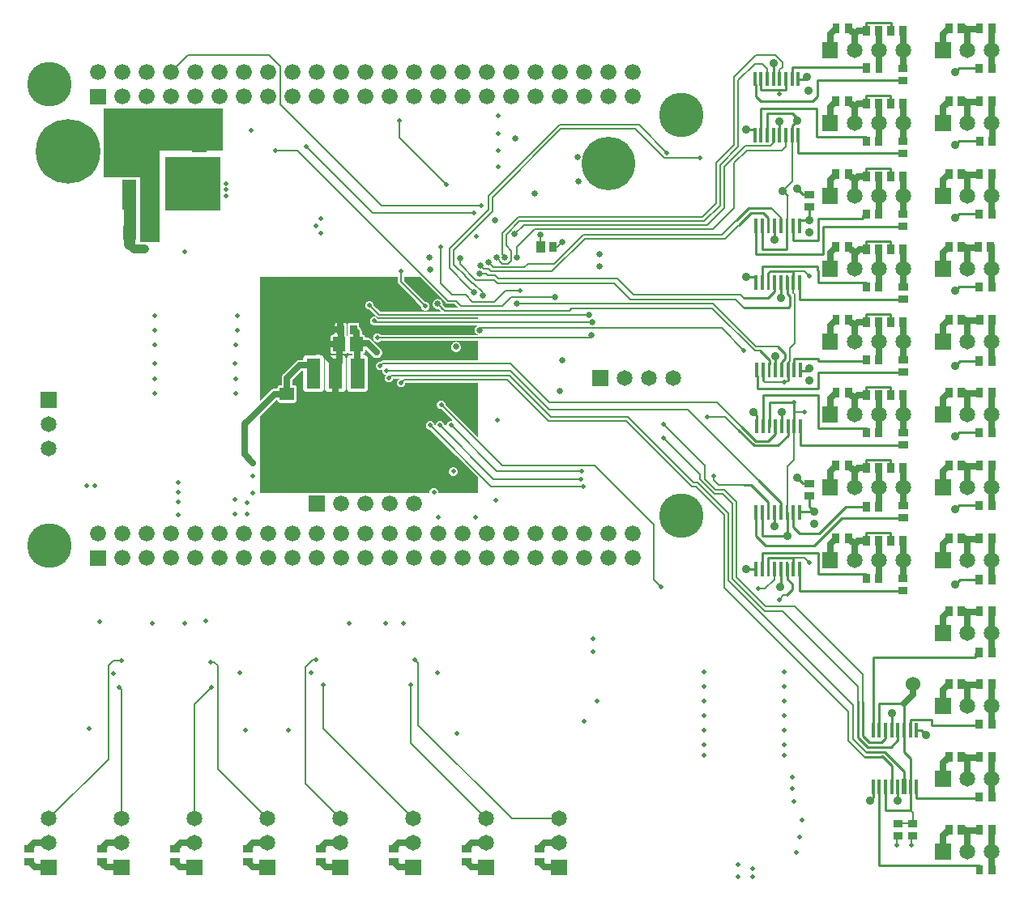
<source format=gbr>
G04 start of page 5 for group 3 idx 3 *
G04 Title: 971 BBB Cape, bottom *
G04 Creator: pcb 20110918 *
G04 CreationDate: Mon Jan 20 21:04:42 2014 UTC *
G04 For: brians *
G04 Format: Gerber/RS-274X *
G04 PCB-Dimensions: 500000 400000 *
G04 PCB-Coordinate-Origin: lower left *
%MOIN*%
%FSLAX25Y25*%
%LNBOTTOM*%
%ADD271C,0.2460*%
%ADD270C,0.0460*%
%ADD269C,0.2000*%
%ADD268C,0.1285*%
%ADD267C,0.0400*%
%ADD266C,0.0350*%
%ADD265C,0.0600*%
%ADD264C,0.0360*%
%ADD263C,0.0200*%
%ADD262R,0.0345X0.0345*%
%ADD261R,0.1220X0.1220*%
%ADD260R,0.0560X0.0560*%
%ADD259R,0.0512X0.0512*%
%ADD258R,0.0180X0.0180*%
%ADD257R,0.0295X0.0295*%
%ADD256R,0.0130X0.0130*%
%ADD255C,0.2660*%
%ADD254C,0.0660*%
%ADD253C,0.2200*%
%ADD252C,0.1830*%
%ADD251C,0.0650*%
%ADD250C,0.0480*%
%ADD249C,0.0380*%
%ADD248C,0.0500*%
%ADD247C,0.0250*%
%ADD246C,0.0080*%
%ADD245C,0.0100*%
%ADD244C,0.0001*%
G54D244*G36*
X122941Y305000D02*Y331500D01*
X107941D01*
Y360000D01*
X156941D01*
Y342500D01*
X130941D01*
Y305000D01*
X122941D01*
G37*
G36*
X133441Y318000D02*Y340000D01*
X155941D01*
Y318000D01*
X133441D01*
G37*
G36*
X218441Y217500D02*X177941D01*
Y238500D01*
X218441D01*
Y217500D01*
G37*
G36*
X207941Y215000D02*X212441D01*
Y210000D01*
X207941D01*
Y215000D01*
G37*
G36*
X201441Y240000D02*X205941D01*
Y235000D01*
X201441D01*
Y240000D01*
G37*
G36*
X191441Y239500D02*X195941D01*
Y234500D01*
X191441D01*
Y239500D01*
G37*
G36*
X174941Y230500D02*X179441D01*
Y225500D01*
X174941D01*
Y230500D01*
G37*
G36*
Y220000D02*X179441D01*
Y215000D01*
X174941D01*
Y220000D01*
G37*
G36*
X182941D02*X187441D01*
Y215000D01*
X182941D01*
Y220000D01*
G37*
G36*
X191441Y215000D02*X195941D01*
Y210000D01*
X191441D01*
Y215000D01*
G37*
G36*
X199941D02*X204441D01*
Y210000D01*
X199941D01*
Y215000D01*
G37*
G36*
X179441Y261000D02*X183941D01*
Y256000D01*
X179441D01*
Y261000D01*
G37*
G36*
X217941Y217500D02*X222441D01*
Y212500D01*
X217941D01*
Y217500D01*
G37*
G36*
X222441Y223000D02*X226941D01*
Y218000D01*
X222441D01*
Y223000D01*
G37*
G36*
X222941Y229000D02*X227441D01*
Y224000D01*
X222941D01*
Y229000D01*
G37*
G36*
X222441Y238000D02*X226941D01*
Y233000D01*
X222441D01*
Y238000D01*
G37*
G36*
X221941Y246500D02*X226441D01*
Y241500D01*
X221941D01*
Y246500D01*
G37*
G36*
X222441Y238000D02*X226941D01*
Y233000D01*
X222441D01*
Y238000D01*
G37*
G36*
X233941D02*X238441D01*
Y233000D01*
X233941D01*
Y238000D01*
G37*
G36*
X237001Y264297D02*X241501D01*
Y259297D01*
X237001D01*
Y264297D01*
G37*
G36*
X195941Y265000D02*X200441D01*
Y260000D01*
X195941D01*
Y265000D01*
G37*
G36*
Y272000D02*X200441D01*
Y267000D01*
X195941D01*
Y272000D01*
G37*
G36*
X202941Y279500D02*X207441D01*
Y274500D01*
X202941D01*
Y279500D01*
G37*
G36*
X210441Y240500D02*X214941D01*
Y235500D01*
X210441D01*
Y240500D01*
G37*
G36*
X253098Y217146D02*X261941Y208303D01*
Y201500D01*
X253098D01*
Y209121D01*
X253218Y209223D01*
X253402Y209439D01*
X253550Y209680D01*
X253658Y209942D01*
X253724Y210218D01*
X253741Y210500D01*
X253724Y210782D01*
X253658Y211058D01*
X253550Y211320D01*
X253402Y211561D01*
X253218Y211777D01*
X253098Y211879D01*
Y217146D01*
G37*
G36*
Y247050D02*X261941D01*
Y224806D01*
X253098Y233649D01*
Y247050D01*
G37*
G36*
Y264380D02*X261941D01*
Y256200D01*
X253098D01*
Y259780D01*
X253101Y259780D01*
X253423Y259805D01*
X253736Y259880D01*
X254035Y260004D01*
X254310Y260172D01*
X254555Y260382D01*
X254765Y260627D01*
X254933Y260902D01*
X255057Y261201D01*
X255132Y261514D01*
X255151Y261836D01*
X255132Y262158D01*
X255057Y262471D01*
X254933Y262770D01*
X254765Y263045D01*
X254555Y263290D01*
X254310Y263500D01*
X254035Y263668D01*
X253736Y263792D01*
X253423Y263867D01*
X253101Y263892D01*
X253098Y263892D01*
Y264380D01*
G37*
G36*
Y270771D02*X261941D01*
Y270656D01*
X261816Y270604D01*
X261541Y270436D01*
X261296Y270226D01*
X261086Y269981D01*
X260918Y269706D01*
X260794Y269407D01*
X260719Y269094D01*
X260694Y268772D01*
X260719Y268450D01*
X260794Y268137D01*
X260918Y267838D01*
X261086Y267563D01*
X261296Y267318D01*
X261541Y267108D01*
X261816Y266940D01*
X261941Y266888D01*
Y266780D01*
X253098D01*
Y270771D01*
G37*
G36*
Y273875D02*X261941D01*
Y273171D01*
X253098D01*
Y273875D01*
G37*
G36*
Y279016D02*X254239Y277875D01*
X253098D01*
Y279016D01*
G37*
G36*
X239299Y247050D02*X253098D01*
Y233649D01*
X248741Y238006D01*
X248724Y238282D01*
X248658Y238558D01*
X248550Y238820D01*
X248402Y239061D01*
X248218Y239277D01*
X248002Y239461D01*
X247761Y239609D01*
X247499Y239717D01*
X247223Y239783D01*
X246941Y239806D01*
X246659Y239783D01*
X246383Y239717D01*
X246121Y239609D01*
X245880Y239461D01*
X245664Y239277D01*
X245480Y239061D01*
X245332Y238820D01*
X245224Y238558D01*
X245158Y238282D01*
X245135Y238000D01*
X245158Y237718D01*
X245224Y237442D01*
X245332Y237180D01*
X245480Y236939D01*
X245664Y236723D01*
X245880Y236539D01*
X246121Y236391D01*
X246383Y236283D01*
X246659Y236217D01*
X246941Y236194D01*
X247143Y236210D01*
X251647Y231706D01*
X251224Y231283D01*
X251223Y231283D01*
X250941Y231306D01*
X250659Y231283D01*
X250383Y231217D01*
X250121Y231109D01*
X249880Y230961D01*
X249664Y230777D01*
X249480Y230561D01*
X249332Y230320D01*
X249224Y230058D01*
X249158Y229782D01*
X249135Y229500D01*
X248241D01*
X248224Y229782D01*
X248158Y230058D01*
X248050Y230320D01*
X247902Y230561D01*
X247718Y230777D01*
X247502Y230961D01*
X247261Y231109D01*
X246999Y231217D01*
X246723Y231283D01*
X246441Y231306D01*
X246159Y231283D01*
X245883Y231217D01*
X245621Y231109D01*
X245380Y230961D01*
X245164Y230777D01*
X244980Y230561D01*
X244832Y230320D01*
X244724Y230058D01*
X244658Y229782D01*
X244635Y229500D01*
X244241D01*
X244224Y229782D01*
X244158Y230058D01*
X244050Y230320D01*
X243902Y230561D01*
X243718Y230777D01*
X243502Y230961D01*
X243261Y231109D01*
X242999Y231217D01*
X242723Y231283D01*
X242441Y231306D01*
X242159Y231283D01*
X241883Y231217D01*
X241621Y231109D01*
X241380Y230961D01*
X241164Y230777D01*
X240980Y230561D01*
X240832Y230320D01*
X240724Y230058D01*
X240658Y229782D01*
X240635Y229500D01*
X240658Y229218D01*
X240724Y228942D01*
X240832Y228680D01*
X240980Y228439D01*
X241164Y228223D01*
X241380Y228039D01*
X241621Y227891D01*
X241883Y227783D01*
X242159Y227717D01*
X242441Y227694D01*
X242542Y227702D01*
X253098Y217146D01*
Y211879D01*
X253002Y211961D01*
X252761Y212109D01*
X252499Y212217D01*
X252223Y212283D01*
X251941Y212306D01*
X251659Y212283D01*
X251383Y212217D01*
X251121Y212109D01*
X250880Y211961D01*
X250664Y211777D01*
X250480Y211561D01*
X250332Y211320D01*
X250224Y211058D01*
X250158Y210782D01*
X250135Y210500D01*
X250158Y210218D01*
X250224Y209942D01*
X250332Y209680D01*
X250480Y209439D01*
X250664Y209223D01*
X250880Y209039D01*
X251121Y208891D01*
X251383Y208783D01*
X251659Y208717D01*
X251941Y208694D01*
X252223Y208717D01*
X252499Y208783D01*
X252761Y208891D01*
X253002Y209039D01*
X253098Y209121D01*
Y201500D01*
X245672D01*
X245724Y201718D01*
X245741Y202000D01*
X245724Y202282D01*
X245658Y202558D01*
X245550Y202820D01*
X245402Y203061D01*
X245218Y203277D01*
X245002Y203461D01*
X244761Y203609D01*
X244499Y203717D01*
X244223Y203783D01*
X243941Y203806D01*
X243659Y203783D01*
X243383Y203717D01*
X243121Y203609D01*
X242880Y203461D01*
X242664Y203277D01*
X242480Y203061D01*
X242332Y202820D01*
X242224Y202558D01*
X242158Y202282D01*
X242135Y202000D01*
X242158Y201718D01*
X242210Y201500D01*
X239299D01*
Y247050D01*
G37*
G36*
Y264380D02*X253098D01*
Y263892D01*
X252779Y263867D01*
X252466Y263792D01*
X252167Y263668D01*
X251892Y263500D01*
X251647Y263290D01*
X251437Y263045D01*
X251269Y262770D01*
X251145Y262471D01*
X251070Y262158D01*
X251045Y261836D01*
X251070Y261514D01*
X251145Y261201D01*
X251269Y260902D01*
X251437Y260627D01*
X251647Y260382D01*
X251892Y260172D01*
X252167Y260004D01*
X252466Y259880D01*
X252779Y259805D01*
X253098Y259780D01*
Y256200D01*
X239299D01*
Y260179D01*
X239302Y260179D01*
X239624Y260204D01*
X239937Y260279D01*
X240236Y260403D01*
X240511Y260571D01*
X240756Y260781D01*
X240966Y261026D01*
X241134Y261301D01*
X241258Y261600D01*
X241333Y261913D01*
X241352Y262235D01*
X241333Y262557D01*
X241258Y262870D01*
X241134Y263169D01*
X240966Y263444D01*
X240756Y263689D01*
X240511Y263899D01*
X240236Y264067D01*
X239937Y264191D01*
X239624Y264266D01*
X239302Y264291D01*
X239299Y264291D01*
Y264380D01*
G37*
G36*
Y270771D02*X253098D01*
Y266780D01*
X239299D01*
Y270771D01*
G37*
G36*
Y273875D02*X253098D01*
Y273171D01*
X239299D01*
Y273875D01*
G37*
G36*
Y277130D02*X239330Y277103D01*
X239571Y276955D01*
X239833Y276847D01*
X240109Y276781D01*
X240391Y276758D01*
X240673Y276781D01*
X240949Y276847D01*
X241211Y276955D01*
X241452Y277103D01*
X241668Y277287D01*
X241852Y277503D01*
X242000Y277744D01*
X242108Y278006D01*
X242174Y278282D01*
X242191Y278564D01*
X242174Y278846D01*
X242108Y279122D01*
X242000Y279384D01*
X241852Y279625D01*
X241668Y279841D01*
X241452Y280025D01*
X241211Y280173D01*
X240949Y280281D01*
X240673Y280347D01*
X240391Y280370D01*
X240290Y280362D01*
X239299Y281353D01*
Y289533D01*
X248871Y279961D01*
X248902Y279925D01*
X249045Y279802D01*
X249108Y279764D01*
X249207Y279703D01*
X249279Y279674D01*
X249381Y279631D01*
X249565Y279587D01*
X249565Y279587D01*
X249753Y279572D01*
X249800Y279576D01*
X250553D01*
X250554Y279576D01*
X250554Y279576D01*
X252538D01*
X253098Y279016D01*
Y277875D01*
X248887D01*
X247586Y279176D01*
X247588Y279186D01*
X247607Y279508D01*
X247588Y279830D01*
X247513Y280143D01*
X247389Y280442D01*
X247221Y280717D01*
X247011Y280962D01*
X246766Y281172D01*
X246491Y281340D01*
X246192Y281464D01*
X245879Y281539D01*
X245557Y281564D01*
X245235Y281539D01*
X244922Y281464D01*
X244623Y281340D01*
X244348Y281172D01*
X244103Y280962D01*
X243893Y280717D01*
X243725Y280442D01*
X243601Y280143D01*
X243526Y279830D01*
X243501Y279508D01*
X243526Y279186D01*
X243601Y278873D01*
X243725Y278574D01*
X243893Y278299D01*
X244103Y278054D01*
X244348Y277844D01*
X244623Y277676D01*
X244922Y277552D01*
X245235Y277477D01*
X245557Y277452D01*
X245879Y277477D01*
X245889Y277479D01*
X247093Y276275D01*
X239299D01*
Y277130D01*
G37*
G36*
Y281353D02*X231641Y289011D01*
Y290500D01*
X238332D01*
X239299Y289533D01*
Y281353D01*
G37*
G36*
X236438Y247050D02*X239299D01*
Y201500D01*
X236845D01*
X236474Y201589D01*
X236438Y201592D01*
Y233695D01*
X236441Y233694D01*
X236723Y233717D01*
X236999Y233783D01*
X237261Y233891D01*
X237502Y234039D01*
X237718Y234223D01*
X237902Y234439D01*
X238050Y234680D01*
X238158Y234942D01*
X238224Y235218D01*
X238241Y235500D01*
X238224Y235782D01*
X238158Y236058D01*
X238050Y236320D01*
X237902Y236561D01*
X237718Y236777D01*
X237502Y236961D01*
X237261Y237109D01*
X236999Y237217D01*
X236723Y237283D01*
X236441Y237306D01*
X236438Y237305D01*
Y247050D01*
G37*
G36*
Y264380D02*X239299D01*
Y264291D01*
X238980Y264266D01*
X238667Y264191D01*
X238368Y264067D01*
X238093Y263899D01*
X237848Y263689D01*
X237638Y263444D01*
X237470Y263169D01*
X237346Y262870D01*
X237271Y262557D01*
X237246Y262235D01*
X237271Y261913D01*
X237346Y261600D01*
X237470Y261301D01*
X237638Y261026D01*
X237848Y260781D01*
X238093Y260571D01*
X238368Y260403D01*
X238667Y260279D01*
X238980Y260204D01*
X239299Y260179D01*
Y256200D01*
X236438D01*
Y264380D01*
G37*
G36*
Y270771D02*X239299D01*
Y266780D01*
X236438D01*
Y270771D01*
G37*
G36*
Y273875D02*X239299D01*
Y273171D01*
X236438D01*
Y273875D01*
G37*
G36*
Y280820D02*X238593Y278665D01*
X238585Y278564D01*
X238608Y278282D01*
X238674Y278006D01*
X238782Y277744D01*
X238930Y277503D01*
X239114Y277287D01*
X239299Y277130D01*
Y276275D01*
X236438D01*
Y280820D01*
G37*
G36*
X224938Y247270D02*X225159Y247217D01*
X225441Y247194D01*
X225723Y247217D01*
X225999Y247283D01*
X226261Y247391D01*
X226502Y247539D01*
X226718Y247723D01*
X226902Y247939D01*
X227050Y248180D01*
X227158Y248442D01*
X227224Y248718D01*
X227229Y248800D01*
X230371D01*
X230159Y248783D01*
X229883Y248717D01*
X229621Y248609D01*
X229380Y248461D01*
X229164Y248277D01*
X228980Y248061D01*
X228832Y247820D01*
X228724Y247558D01*
X228658Y247282D01*
X228635Y247000D01*
X228658Y246718D01*
X228724Y246442D01*
X228832Y246180D01*
X228980Y245939D01*
X229164Y245723D01*
X229380Y245539D01*
X229621Y245391D01*
X229883Y245283D01*
X230159Y245217D01*
X230441Y245194D01*
X230723Y245217D01*
X230999Y245283D01*
X231261Y245391D01*
X231502Y245539D01*
X231718Y245723D01*
X231902Y245939D01*
X232050Y246180D01*
X232158Y246442D01*
X232224Y246718D01*
X232241Y247000D01*
X232238Y247050D01*
X236438D01*
Y237305D01*
X236159Y237283D01*
X235883Y237217D01*
X235621Y237109D01*
X235380Y236961D01*
X235164Y236777D01*
X234980Y236561D01*
X234832Y236320D01*
X234724Y236058D01*
X234658Y235782D01*
X234635Y235500D01*
X234658Y235218D01*
X234724Y234942D01*
X234832Y234680D01*
X234980Y234439D01*
X235164Y234223D01*
X235380Y234039D01*
X235621Y233891D01*
X235883Y233783D01*
X236159Y233717D01*
X236438Y233695D01*
Y201592D01*
X235799Y201642D01*
X235124Y201589D01*
X234753Y201500D01*
X226845D01*
X226474Y201589D01*
X225799Y201642D01*
X225124Y201589D01*
X224938Y201544D01*
Y218695D01*
X224941Y218694D01*
X225223Y218717D01*
X225499Y218783D01*
X225761Y218891D01*
X226002Y219039D01*
X226218Y219223D01*
X226402Y219439D01*
X226550Y219680D01*
X226658Y219942D01*
X226724Y220218D01*
X226741Y220500D01*
X226724Y220782D01*
X226658Y221058D01*
X226550Y221320D01*
X226402Y221561D01*
X226218Y221777D01*
X226002Y221961D01*
X225761Y222109D01*
X225499Y222217D01*
X225223Y222283D01*
X224941Y222306D01*
X224938Y222305D01*
Y224770D01*
X225159Y224717D01*
X225441Y224694D01*
X225723Y224717D01*
X225999Y224783D01*
X226261Y224891D01*
X226502Y225039D01*
X226718Y225223D01*
X226902Y225439D01*
X227050Y225680D01*
X227158Y225942D01*
X227224Y226218D01*
X227241Y226500D01*
X227224Y226782D01*
X227158Y227058D01*
X227050Y227320D01*
X226902Y227561D01*
X226718Y227777D01*
X226502Y227961D01*
X226261Y228109D01*
X225999Y228217D01*
X225723Y228283D01*
X225441Y228306D01*
X225159Y228283D01*
X224938Y228230D01*
Y233695D01*
X224941Y233694D01*
X225223Y233717D01*
X225499Y233783D01*
X225761Y233891D01*
X226002Y234039D01*
X226218Y234223D01*
X226402Y234439D01*
X226550Y234680D01*
X226658Y234942D01*
X226724Y235218D01*
X226741Y235500D01*
X226724Y235782D01*
X226658Y236058D01*
X226550Y236320D01*
X226402Y236561D01*
X226218Y236777D01*
X226002Y236961D01*
X225761Y237109D01*
X225499Y237217D01*
X225223Y237283D01*
X224941Y237306D01*
X224938Y237305D01*
Y242268D01*
X224999Y242283D01*
X225261Y242391D01*
X225502Y242539D01*
X225718Y242723D01*
X225902Y242939D01*
X226050Y243180D01*
X226158Y243442D01*
X226224Y243718D01*
X226241Y244000D01*
X226224Y244282D01*
X226158Y244558D01*
X226050Y244820D01*
X225902Y245061D01*
X225718Y245277D01*
X225502Y245461D01*
X225261Y245609D01*
X224999Y245717D01*
X224938Y245732D01*
Y247270D01*
G37*
G36*
X220438Y252921D02*X220607Y252723D01*
X220823Y252539D01*
X221064Y252391D01*
X221326Y252283D01*
X221602Y252217D01*
X221884Y252194D01*
X222166Y252217D01*
X222442Y252283D01*
X222682Y252382D01*
X222658Y252282D01*
X222635Y252000D01*
X222658Y251718D01*
X222724Y251442D01*
X222832Y251180D01*
X222980Y250939D01*
X223164Y250723D01*
X223380Y250539D01*
X223621Y250391D01*
X223883Y250283D01*
X224121Y250226D01*
X223980Y250061D01*
X223832Y249820D01*
X223724Y249558D01*
X223658Y249282D01*
X223635Y249000D01*
X223658Y248718D01*
X223724Y248442D01*
X223832Y248180D01*
X223980Y247939D01*
X224164Y247723D01*
X224380Y247539D01*
X224621Y247391D01*
X224883Y247283D01*
X224938Y247270D01*
Y245732D01*
X224723Y245783D01*
X224441Y245806D01*
X224159Y245783D01*
X223883Y245717D01*
X223621Y245609D01*
X223380Y245461D01*
X223164Y245277D01*
X222980Y245061D01*
X222832Y244820D01*
X222724Y244558D01*
X222658Y244282D01*
X222635Y244000D01*
X222658Y243718D01*
X222724Y243442D01*
X222832Y243180D01*
X222980Y242939D01*
X223164Y242723D01*
X223380Y242539D01*
X223621Y242391D01*
X223883Y242283D01*
X224159Y242217D01*
X224441Y242194D01*
X224723Y242217D01*
X224938Y242268D01*
Y237305D01*
X224659Y237283D01*
X224383Y237217D01*
X224121Y237109D01*
X223880Y236961D01*
X223664Y236777D01*
X223480Y236561D01*
X223332Y236320D01*
X223224Y236058D01*
X223158Y235782D01*
X223135Y235500D01*
X223158Y235218D01*
X223224Y234942D01*
X223332Y234680D01*
X223480Y234439D01*
X223664Y234223D01*
X223880Y234039D01*
X224121Y233891D01*
X224383Y233783D01*
X224659Y233717D01*
X224938Y233695D01*
Y228230D01*
X224883Y228217D01*
X224621Y228109D01*
X224380Y227961D01*
X224164Y227777D01*
X223980Y227561D01*
X223832Y227320D01*
X223724Y227058D01*
X223658Y226782D01*
X223635Y226500D01*
X223658Y226218D01*
X223724Y225942D01*
X223832Y225680D01*
X223980Y225439D01*
X224164Y225223D01*
X224380Y225039D01*
X224621Y224891D01*
X224883Y224783D01*
X224938Y224770D01*
Y222305D01*
X224659Y222283D01*
X224383Y222217D01*
X224121Y222109D01*
X223880Y221961D01*
X223664Y221777D01*
X223480Y221561D01*
X223332Y221320D01*
X223224Y221058D01*
X223158Y220782D01*
X223135Y220500D01*
X223158Y220218D01*
X223224Y219942D01*
X223332Y219680D01*
X223480Y219439D01*
X223664Y219223D01*
X223880Y219039D01*
X224121Y218891D01*
X224383Y218783D01*
X224659Y218717D01*
X224938Y218695D01*
Y201544D01*
X224753Y201500D01*
X220438D01*
Y213195D01*
X220441Y213194D01*
X220723Y213217D01*
X220999Y213283D01*
X221261Y213391D01*
X221502Y213539D01*
X221718Y213723D01*
X221902Y213939D01*
X222050Y214180D01*
X222158Y214442D01*
X222224Y214718D01*
X222241Y215000D01*
X222224Y215282D01*
X222158Y215558D01*
X222050Y215820D01*
X221902Y216061D01*
X221718Y216277D01*
X221502Y216461D01*
X221261Y216609D01*
X220999Y216717D01*
X220723Y216783D01*
X220441Y216806D01*
X220438Y216805D01*
Y252921D01*
G37*
G36*
Y263799D02*X220447Y263797D01*
X220729Y263774D01*
X221011Y263797D01*
X221287Y263863D01*
X221549Y263971D01*
X221790Y264119D01*
X222006Y264303D01*
X222071Y264380D01*
X236438D01*
Y256200D01*
X222931D01*
X222884Y256204D01*
X222696Y256189D01*
X222512Y256145D01*
X222338Y256073D01*
X222176Y255974D01*
X222176Y255974D01*
X222033Y255851D01*
X222002Y255815D01*
X221985Y255798D01*
X221884Y255806D01*
X221602Y255783D01*
X221326Y255717D01*
X221064Y255609D01*
X220823Y255461D01*
X220607Y255277D01*
X220438Y255079D01*
Y257243D01*
X220441Y257243D01*
X220794Y257271D01*
X221138Y257354D01*
X221466Y257489D01*
X221768Y257674D01*
X222037Y257904D01*
X222267Y258173D01*
X222452Y258475D01*
X222587Y258803D01*
X222670Y259147D01*
X222698Y259500D01*
X222670Y259853D01*
X222587Y260197D01*
X222452Y260525D01*
X222267Y260827D01*
X222032Y261091D01*
X220438Y262685D01*
Y263799D01*
G37*
G36*
Y270771D02*X223941D01*
X223941Y270771D01*
X236438D01*
Y266780D01*
X222071D01*
X222006Y266857D01*
X221790Y267041D01*
X221549Y267189D01*
X221287Y267297D01*
X221011Y267363D01*
X220729Y267386D01*
X220447Y267363D01*
X220438Y267361D01*
Y270771D01*
G37*
G36*
Y274426D02*X220617Y274252D01*
X220642Y274224D01*
X220785Y274101D01*
X220795Y274096D01*
X220801Y274090D01*
X220874Y274047D01*
X220947Y274002D01*
X220955Y273999D01*
X220964Y273994D01*
X221043Y273963D01*
X221121Y273930D01*
X221130Y273928D01*
X221139Y273924D01*
X221222Y273906D01*
X221305Y273886D01*
X221313Y273886D01*
X221324Y273883D01*
X221512Y273871D01*
X221550Y273875D01*
X236438D01*
Y273171D01*
X223941D01*
X223941Y273171D01*
X221111D01*
X221050Y273320D01*
X220902Y273561D01*
X220718Y273777D01*
X220502Y273961D01*
X220438Y274000D01*
Y274426D01*
G37*
G36*
Y290500D02*X229241D01*
Y288561D01*
X229237Y288514D01*
X229252Y288326D01*
X229296Y288142D01*
X229368Y287968D01*
X229467Y287806D01*
X229467Y287806D01*
X229590Y287663D01*
X229626Y287632D01*
X236438Y280820D01*
Y276275D01*
X221979D01*
X220438Y277767D01*
Y290500D01*
G37*
G36*
Y255079D02*X220423Y255061D01*
X220275Y254820D01*
X220167Y254558D01*
X220101Y254282D01*
X220078Y254000D01*
X220101Y253718D01*
X220167Y253442D01*
X220275Y253180D01*
X220423Y252939D01*
X220438Y252921D01*
Y216805D01*
X220159Y216783D01*
X219883Y216717D01*
X219621Y216609D01*
X219380Y216461D01*
X219164Y216277D01*
X218980Y216061D01*
X218832Y215820D01*
X218724Y215558D01*
X218658Y215282D01*
X218635Y215000D01*
X218658Y214718D01*
X218724Y214442D01*
X218832Y214180D01*
X218980Y213939D01*
X219164Y213723D01*
X219380Y213539D01*
X219621Y213391D01*
X219883Y213283D01*
X220159Y213217D01*
X220438Y213195D01*
Y201500D01*
X216845D01*
X216474Y201589D01*
X215799Y201642D01*
X215124Y201589D01*
X214753Y201500D01*
X212938D01*
Y218913D01*
X214276Y218914D01*
X214506Y218969D01*
X214724Y219059D01*
X214925Y219183D01*
X215105Y219336D01*
X215258Y219516D01*
X215382Y219717D01*
X215472Y219935D01*
X215527Y220165D01*
X215541Y220400D01*
X215527Y232835D01*
X215472Y233065D01*
X215382Y233283D01*
X215258Y233484D01*
X215105Y233664D01*
X214925Y233817D01*
X214724Y233941D01*
X214506Y234031D01*
X214276Y234086D01*
X214041Y234100D01*
X212938Y234099D01*
Y236195D01*
X212941Y236194D01*
X213223Y236217D01*
X213499Y236283D01*
X213761Y236391D01*
X214002Y236539D01*
X214218Y236723D01*
X214402Y236939D01*
X214550Y237180D01*
X214658Y237442D01*
X214724Y237718D01*
X214741Y238000D01*
X214724Y238282D01*
X214658Y238558D01*
X214550Y238820D01*
X214402Y239061D01*
X214218Y239277D01*
X214002Y239461D01*
X213761Y239609D01*
X213499Y239717D01*
X213223Y239783D01*
X212941Y239806D01*
X212938Y239805D01*
Y243308D01*
X215576Y243314D01*
X215806Y243369D01*
X216024Y243459D01*
X216225Y243583D01*
X216405Y243736D01*
X216558Y243916D01*
X216682Y244117D01*
X216772Y244335D01*
X216827Y244565D01*
X216841Y244800D01*
X216827Y257235D01*
X216772Y257465D01*
X216682Y257683D01*
X216558Y257884D01*
X216405Y258064D01*
X216225Y258217D01*
X216024Y258341D01*
X215806Y258431D01*
X215576Y258486D01*
X215341Y258500D01*
X214791Y258499D01*
Y258957D01*
X214800Y258957D01*
X214953Y258994D01*
X215098Y259054D01*
X215233Y259136D01*
X215352Y259239D01*
X215455Y259358D01*
X215537Y259493D01*
X215597Y259638D01*
X215634Y259791D01*
X215643Y259948D01*
X215641Y261043D01*
X215716D01*
X218850Y257909D01*
X219114Y257674D01*
X219416Y257489D01*
X219744Y257354D01*
X220088Y257271D01*
X220438Y257243D01*
Y255079D01*
G37*
G36*
X212938Y234099D02*X210438Y234098D01*
Y243302D01*
X212938Y243308D01*
Y239805D01*
X212659Y239783D01*
X212383Y239717D01*
X212121Y239609D01*
X211880Y239461D01*
X211664Y239277D01*
X211480Y239061D01*
X211332Y238820D01*
X211224Y238558D01*
X211158Y238282D01*
X211135Y238000D01*
X211158Y237718D01*
X211224Y237442D01*
X211332Y237180D01*
X211480Y236939D01*
X211664Y236723D01*
X211880Y236539D01*
X212121Y236391D01*
X212383Y236283D01*
X212659Y236217D01*
X212938Y236195D01*
Y234099D01*
G37*
G36*
Y201500D02*X210438D01*
Y210695D01*
X210441Y210694D01*
X210723Y210717D01*
X210999Y210783D01*
X211261Y210891D01*
X211502Y211039D01*
X211718Y211223D01*
X211902Y211439D01*
X212050Y211680D01*
X212158Y211942D01*
X212224Y212218D01*
X212241Y212500D01*
X212224Y212782D01*
X212158Y213058D01*
X212050Y213320D01*
X211902Y213561D01*
X211718Y213777D01*
X211502Y213961D01*
X211261Y214109D01*
X210999Y214217D01*
X210723Y214283D01*
X210441Y214306D01*
X210438Y214305D01*
Y218911D01*
X212938Y218913D01*
Y201500D01*
G37*
G36*
X210438Y290500D02*X220438D01*
Y277767D01*
X219237Y278931D01*
X219241Y279000D01*
X219224Y279282D01*
X219158Y279558D01*
X219050Y279820D01*
X218902Y280061D01*
X218718Y280277D01*
X218502Y280461D01*
X218261Y280609D01*
X217999Y280717D01*
X217723Y280783D01*
X217441Y280806D01*
X217159Y280783D01*
X216883Y280717D01*
X216621Y280609D01*
X216380Y280461D01*
X216164Y280277D01*
X215980Y280061D01*
X215832Y279820D01*
X215724Y279558D01*
X215658Y279282D01*
X215635Y279000D01*
X215658Y278718D01*
X215724Y278442D01*
X215832Y278180D01*
X215980Y277939D01*
X216164Y277723D01*
X216380Y277539D01*
X216621Y277391D01*
X216883Y277283D01*
X217159Y277217D01*
X217441Y277194D01*
X217570Y277205D01*
X220438Y274426D01*
Y274000D01*
X220261Y274109D01*
X219999Y274217D01*
X219723Y274283D01*
X219441Y274306D01*
X219159Y274283D01*
X218883Y274217D01*
X218621Y274109D01*
X218380Y273961D01*
X218164Y273777D01*
X217980Y273561D01*
X217832Y273320D01*
X217724Y273058D01*
X217658Y272782D01*
X217635Y272500D01*
X217658Y272218D01*
X217724Y271942D01*
X217832Y271680D01*
X217980Y271439D01*
X218164Y271223D01*
X218380Y271039D01*
X218621Y270891D01*
X218883Y270783D01*
X219159Y270717D01*
X219441Y270694D01*
X219723Y270717D01*
X219943Y270769D01*
X219970Y270767D01*
X220017Y270771D01*
X220438D01*
Y267361D01*
X220171Y267297D01*
X219909Y267189D01*
X219668Y267041D01*
X219452Y266857D01*
X219268Y266641D01*
X219120Y266400D01*
X219012Y266138D01*
X218946Y265862D01*
X218923Y265580D01*
X218946Y265298D01*
X219012Y265022D01*
X219120Y264760D01*
X219268Y264519D01*
X219452Y264303D01*
X219668Y264119D01*
X219909Y263971D01*
X220171Y263863D01*
X220438Y263799D01*
Y262685D01*
X218301Y264822D01*
X218244Y264889D01*
X217975Y265119D01*
X217975Y265119D01*
X217860Y265189D01*
X217673Y265304D01*
X217441Y265400D01*
X217345Y265439D01*
X217001Y265522D01*
X216648Y265550D01*
X216560Y265543D01*
X215634D01*
X215634Y266009D01*
X215597Y266162D01*
X215537Y266307D01*
X215455Y266442D01*
X215352Y266561D01*
X215233Y266664D01*
X215098Y266746D01*
X214953Y266806D01*
X214800Y266843D01*
X214643Y266852D01*
X214334Y266851D01*
Y267948D01*
X214341Y268036D01*
X214313Y268389D01*
X214313Y268389D01*
X214230Y268733D01*
X214095Y269061D01*
X213910Y269363D01*
X213680Y269632D01*
X213613Y269689D01*
X213268Y270034D01*
X213266Y270954D01*
X213229Y271107D01*
X213169Y271252D01*
X213087Y271387D01*
X212984Y271506D01*
X212865Y271609D01*
X212730Y271691D01*
X212585Y271751D01*
X212432Y271788D01*
X212275Y271797D01*
X210438Y271792D01*
Y290500D01*
G37*
G36*
Y234098D02*X203441Y234093D01*
Y235769D01*
X203659Y235717D01*
X203941Y235694D01*
X204223Y235717D01*
X204499Y235783D01*
X204761Y235891D01*
X205002Y236039D01*
X205218Y236223D01*
X205402Y236439D01*
X205550Y236680D01*
X205658Y236942D01*
X205724Y237218D01*
X205741Y237500D01*
X205724Y237782D01*
X205658Y238058D01*
X205550Y238320D01*
X205402Y238561D01*
X205218Y238777D01*
X205002Y238961D01*
X204761Y239109D01*
X204499Y239217D01*
X204223Y239283D01*
X203941Y239306D01*
X203659Y239283D01*
X203441Y239231D01*
Y243307D01*
X206476Y243314D01*
X206706Y243369D01*
X206924Y243459D01*
X207125Y243583D01*
X207305Y243736D01*
X207458Y243916D01*
X207582Y244117D01*
X207672Y244335D01*
X207727Y244565D01*
X207741Y244800D01*
X207727Y257235D01*
X207672Y257465D01*
X207582Y257683D01*
X207458Y257884D01*
X207305Y258064D01*
X207125Y258217D01*
X206924Y258341D01*
X206706Y258431D01*
X206476Y258486D01*
X206241Y258500D01*
X203441Y258493D01*
Y258950D01*
X207714Y258957D01*
X207867Y258994D01*
X208012Y259054D01*
X208147Y259136D01*
X208266Y259239D01*
X208369Y259358D01*
X208451Y259493D01*
X208511Y259638D01*
X208541Y259763D01*
X208571Y259638D01*
X208631Y259493D01*
X208713Y259358D01*
X208816Y259239D01*
X208935Y259136D01*
X209070Y259054D01*
X209215Y258994D01*
X209368Y258957D01*
X209525Y258948D01*
X210291Y258949D01*
Y258488D01*
X209506Y258486D01*
X209276Y258431D01*
X209058Y258341D01*
X208857Y258217D01*
X208677Y258064D01*
X208524Y257884D01*
X208400Y257683D01*
X208310Y257465D01*
X208255Y257235D01*
X208241Y257000D01*
X208255Y244565D01*
X208310Y244335D01*
X208400Y244117D01*
X208524Y243916D01*
X208677Y243736D01*
X208857Y243583D01*
X209058Y243459D01*
X209276Y243369D01*
X209506Y243314D01*
X209741Y243300D01*
X210438Y243302D01*
Y234098D01*
G37*
G36*
Y201500D02*X206845D01*
X206474Y201589D01*
X205799Y201642D01*
X205124Y201589D01*
X204753Y201500D01*
X203441D01*
Y211002D01*
X203502Y211039D01*
X203718Y211223D01*
X203902Y211439D01*
X204050Y211680D01*
X204158Y211942D01*
X204224Y212218D01*
X204241Y212500D01*
X204224Y212782D01*
X204158Y213058D01*
X204050Y213320D01*
X203902Y213561D01*
X203718Y213777D01*
X203502Y213961D01*
X203441Y213998D01*
Y218907D01*
X210438Y218911D01*
Y214305D01*
X210159Y214283D01*
X209883Y214217D01*
X209621Y214109D01*
X209380Y213961D01*
X209164Y213777D01*
X208980Y213561D01*
X208832Y213320D01*
X208724Y213058D01*
X208658Y212782D01*
X208635Y212500D01*
X208658Y212218D01*
X208724Y211942D01*
X208832Y211680D01*
X208980Y211439D01*
X209164Y211223D01*
X209380Y211039D01*
X209621Y210891D01*
X209883Y210783D01*
X210159Y210717D01*
X210438Y210695D01*
Y201500D01*
G37*
G36*
X205438Y290500D02*X210438D01*
Y271792D01*
X209166Y271788D01*
X209013Y271751D01*
X208868Y271691D01*
X208733Y271609D01*
X208614Y271506D01*
X208511Y271387D01*
X208429Y271252D01*
X208369Y271107D01*
X208332Y270954D01*
X208323Y270797D01*
X208332Y266704D01*
X208369Y266551D01*
X208429Y266406D01*
X208511Y266271D01*
X208582Y266189D01*
X208571Y266162D01*
X208541Y266037D01*
X208511Y266162D01*
X208451Y266307D01*
X208369Y266442D01*
X208266Y266561D01*
X208147Y266664D01*
X208139Y266668D01*
X208148Y266704D01*
X208157Y266861D01*
X208148Y270954D01*
X208111Y271107D01*
X208051Y271252D01*
X207969Y271387D01*
X207866Y271506D01*
X207747Y271609D01*
X207612Y271691D01*
X207467Y271751D01*
X207314Y271788D01*
X207157Y271797D01*
X205438Y271792D01*
Y275195D01*
X205441Y275194D01*
X205723Y275217D01*
X205999Y275283D01*
X206261Y275391D01*
X206502Y275539D01*
X206718Y275723D01*
X206902Y275939D01*
X207050Y276180D01*
X207158Y276442D01*
X207224Y276718D01*
X207241Y277000D01*
X207224Y277282D01*
X207158Y277558D01*
X207050Y277820D01*
X206902Y278061D01*
X206718Y278277D01*
X206502Y278461D01*
X206261Y278609D01*
X205999Y278717D01*
X205723Y278783D01*
X205441Y278806D01*
X205438Y278805D01*
Y290500D01*
G37*
G36*
X203441D02*X205438D01*
Y278805D01*
X205159Y278783D01*
X204883Y278717D01*
X204621Y278609D01*
X204380Y278461D01*
X204164Y278277D01*
X203980Y278061D01*
X203832Y277820D01*
X203724Y277558D01*
X203658Y277282D01*
X203635Y277000D01*
X203658Y276718D01*
X203724Y276442D01*
X203832Y276180D01*
X203980Y275939D01*
X204164Y275723D01*
X204380Y275539D01*
X204621Y275391D01*
X204883Y275283D01*
X205159Y275217D01*
X205438Y275195D01*
Y271792D01*
X204048Y271788D01*
X203895Y271751D01*
X203750Y271691D01*
X203615Y271609D01*
X203496Y271506D01*
X203441Y271442D01*
Y290500D01*
G37*
G36*
X193938Y218901D02*X203441Y218907D01*
Y213998D01*
X203261Y214109D01*
X202999Y214217D01*
X202723Y214283D01*
X202441Y214306D01*
X202159Y214283D01*
X201883Y214217D01*
X201621Y214109D01*
X201380Y213961D01*
X201164Y213777D01*
X200980Y213561D01*
X200832Y213320D01*
X200724Y213058D01*
X200658Y212782D01*
X200635Y212500D01*
X200658Y212218D01*
X200724Y211942D01*
X200832Y211680D01*
X200980Y211439D01*
X201164Y211223D01*
X201380Y211039D01*
X201621Y210891D01*
X201883Y210783D01*
X202159Y210717D01*
X202441Y210694D01*
X202723Y210717D01*
X202999Y210783D01*
X203261Y210891D01*
X203441Y211002D01*
Y201500D01*
X199592D01*
X199554Y201523D01*
X199409Y201583D01*
X199256Y201620D01*
X199099Y201629D01*
X193938Y201622D01*
Y210695D01*
X193941Y210694D01*
X194223Y210717D01*
X194499Y210783D01*
X194761Y210891D01*
X195002Y211039D01*
X195218Y211223D01*
X195402Y211439D01*
X195550Y211680D01*
X195658Y211942D01*
X195724Y212218D01*
X195741Y212500D01*
X195724Y212782D01*
X195658Y213058D01*
X195550Y213320D01*
X195402Y213561D01*
X195218Y213777D01*
X195002Y213961D01*
X194761Y214109D01*
X194499Y214217D01*
X194223Y214283D01*
X193941Y214306D01*
X193938Y214305D01*
Y218901D01*
G37*
G36*
X198438Y243892D02*X198458Y243916D01*
X198582Y244117D01*
X198672Y244335D01*
X198727Y244565D01*
X198741Y244800D01*
X198727Y257235D01*
X198672Y257465D01*
X198582Y257683D01*
X198458Y257884D01*
X198438Y257908D01*
Y260695D01*
X198441Y260694D01*
X198723Y260717D01*
X198999Y260783D01*
X199261Y260891D01*
X199502Y261039D01*
X199718Y261223D01*
X199902Y261439D01*
X200050Y261680D01*
X200158Y261942D01*
X200224Y262218D01*
X200241Y262500D01*
X200224Y262782D01*
X200158Y263058D01*
X200050Y263320D01*
X199902Y263561D01*
X199718Y263777D01*
X199502Y263961D01*
X199261Y264109D01*
X198999Y264217D01*
X198723Y264283D01*
X198441Y264306D01*
X198438Y264305D01*
Y267695D01*
X198441Y267694D01*
X198723Y267717D01*
X198999Y267783D01*
X199261Y267891D01*
X199502Y268039D01*
X199718Y268223D01*
X199902Y268439D01*
X200050Y268680D01*
X200158Y268942D01*
X200224Y269218D01*
X200241Y269500D01*
X200224Y269782D01*
X200158Y270058D01*
X200050Y270320D01*
X199902Y270561D01*
X199718Y270777D01*
X199502Y270961D01*
X199261Y271109D01*
X198999Y271217D01*
X198723Y271283D01*
X198441Y271306D01*
X198438Y271305D01*
Y290500D01*
X203441D01*
Y271442D01*
X203393Y271387D01*
X203311Y271252D01*
X203251Y271107D01*
X203214Y270954D01*
X203205Y270797D01*
X203214Y266844D01*
X202282Y266843D01*
X202129Y266806D01*
X201984Y266746D01*
X201849Y266664D01*
X201730Y266561D01*
X201627Y266442D01*
X201545Y266307D01*
X201485Y266162D01*
X201448Y266009D01*
X201439Y265852D01*
X201448Y259791D01*
X201485Y259638D01*
X201545Y259493D01*
X201627Y259358D01*
X201730Y259239D01*
X201849Y259136D01*
X201984Y259054D01*
X202129Y258994D01*
X202282Y258957D01*
X202439Y258948D01*
X203441Y258950D01*
Y258493D01*
X200406Y258486D01*
X200176Y258431D01*
X199958Y258341D01*
X199757Y258217D01*
X199577Y258064D01*
X199424Y257884D01*
X199300Y257683D01*
X199210Y257465D01*
X199155Y257235D01*
X199141Y257000D01*
X199155Y244565D01*
X199210Y244335D01*
X199300Y244117D01*
X199424Y243916D01*
X199577Y243736D01*
X199757Y243583D01*
X199958Y243459D01*
X200176Y243369D01*
X200406Y243314D01*
X200641Y243300D01*
X203441Y243307D01*
Y239231D01*
X203383Y239217D01*
X203121Y239109D01*
X202880Y238961D01*
X202664Y238777D01*
X202480Y238561D01*
X202332Y238320D01*
X202224Y238058D01*
X202158Y237782D01*
X202135Y237500D01*
X202158Y237218D01*
X202224Y236942D01*
X202332Y236680D01*
X202480Y236439D01*
X202664Y236223D01*
X202880Y236039D01*
X203121Y235891D01*
X203383Y235783D01*
X203441Y235769D01*
Y234093D01*
X198438Y234090D01*
Y243892D01*
G37*
G36*
Y257908D02*X198305Y258064D01*
X198125Y258217D01*
X197924Y258341D01*
X197706Y258431D01*
X197476Y258486D01*
X197241Y258500D01*
X193938Y258492D01*
Y290500D01*
X198438D01*
Y271305D01*
X198159Y271283D01*
X197883Y271217D01*
X197621Y271109D01*
X197380Y270961D01*
X197164Y270777D01*
X196980Y270561D01*
X196832Y270320D01*
X196724Y270058D01*
X196658Y269782D01*
X196635Y269500D01*
X196658Y269218D01*
X196724Y268942D01*
X196832Y268680D01*
X196980Y268439D01*
X197164Y268223D01*
X197380Y268039D01*
X197621Y267891D01*
X197883Y267783D01*
X198159Y267717D01*
X198438Y267695D01*
Y264305D01*
X198159Y264283D01*
X197883Y264217D01*
X197621Y264109D01*
X197380Y263961D01*
X197164Y263777D01*
X196980Y263561D01*
X196832Y263320D01*
X196724Y263058D01*
X196658Y262782D01*
X196635Y262500D01*
X196658Y262218D01*
X196724Y261942D01*
X196832Y261680D01*
X196980Y261439D01*
X197164Y261223D01*
X197380Y261039D01*
X197621Y260891D01*
X197883Y260783D01*
X198159Y260717D01*
X198438Y260695D01*
Y257908D01*
G37*
G36*
X193938Y243305D02*X197476Y243314D01*
X197706Y243369D01*
X197924Y243459D01*
X198125Y243583D01*
X198305Y243736D01*
X198438Y243892D01*
Y234090D01*
X193938Y234087D01*
Y235195D01*
X193941Y235194D01*
X194223Y235217D01*
X194499Y235283D01*
X194761Y235391D01*
X195002Y235539D01*
X195218Y235723D01*
X195402Y235939D01*
X195550Y236180D01*
X195658Y236442D01*
X195724Y236718D01*
X195741Y237000D01*
X195724Y237282D01*
X195658Y237558D01*
X195550Y237820D01*
X195402Y238061D01*
X195218Y238277D01*
X195002Y238461D01*
X194761Y238609D01*
X194499Y238717D01*
X194223Y238783D01*
X193941Y238806D01*
X193938Y238805D01*
Y243305D01*
G37*
G36*
Y258492D02*X191406Y258486D01*
X191176Y258431D01*
X190958Y258341D01*
X190757Y258217D01*
X190577Y258064D01*
X190424Y257884D01*
X190300Y257683D01*
X190210Y257465D01*
X190155Y257235D01*
X190141Y257000D01*
X190142Y256450D01*
X188729D01*
X188641Y256457D01*
X188288Y256429D01*
X187944Y256346D01*
X187616Y256211D01*
X187314Y256026D01*
X187314Y256026D01*
X187045Y255796D01*
X186988Y255729D01*
X182012Y250753D01*
X181945Y250696D01*
X181938Y250688D01*
Y256695D01*
X181941Y256694D01*
X182223Y256717D01*
X182499Y256783D01*
X182761Y256891D01*
X183002Y257039D01*
X183218Y257223D01*
X183402Y257439D01*
X183550Y257680D01*
X183658Y257942D01*
X183724Y258218D01*
X183741Y258500D01*
X183724Y258782D01*
X183658Y259058D01*
X183550Y259320D01*
X183402Y259561D01*
X183218Y259777D01*
X183002Y259961D01*
X182761Y260109D01*
X182499Y260217D01*
X182223Y260283D01*
X181941Y260306D01*
X181938Y260305D01*
Y290500D01*
X193938D01*
Y258492D01*
G37*
G36*
X181938Y250688D02*X181715Y250427D01*
X181530Y250125D01*
X181395Y249797D01*
X181312Y249453D01*
X181312Y249453D01*
X181284Y249100D01*
X181291Y249012D01*
Y245994D01*
X180432Y245993D01*
X180279Y245956D01*
X180134Y245896D01*
X179999Y245814D01*
X179880Y245711D01*
X179777Y245592D01*
X179695Y245457D01*
X179635Y245312D01*
X179598Y245159D01*
X179589Y245002D01*
X179590Y244693D01*
X178472D01*
X178384Y244700D01*
X178031Y244672D01*
X177687Y244589D01*
X177359Y244454D01*
X177057Y244269D01*
X177057Y244269D01*
X176788Y244039D01*
X176731Y243972D01*
X172441Y239682D01*
Y290500D01*
X181938D01*
Y260305D01*
X181659Y260283D01*
X181383Y260217D01*
X181121Y260109D01*
X180880Y259961D01*
X180664Y259777D01*
X180480Y259561D01*
X180332Y259320D01*
X180224Y259058D01*
X180158Y258782D01*
X180135Y258500D01*
X180158Y258218D01*
X180224Y257942D01*
X180332Y257680D01*
X180480Y257439D01*
X180664Y257223D01*
X180880Y257039D01*
X181121Y256891D01*
X181383Y256783D01*
X181659Y256717D01*
X181938Y256695D01*
Y250688D01*
G37*
G36*
X185438Y231805D02*X186650Y231807D01*
X186803Y231844D01*
X186948Y231904D01*
X187083Y231986D01*
X187202Y232089D01*
X187305Y232208D01*
X187387Y232343D01*
X187447Y232488D01*
X187484Y232641D01*
X187493Y232798D01*
X187484Y238073D01*
X187447Y238226D01*
X187387Y238371D01*
X187305Y238506D01*
X187202Y238625D01*
X187083Y238728D01*
X186948Y238810D01*
X186803Y238870D01*
X186678Y238900D01*
X186803Y238930D01*
X186948Y238990D01*
X187083Y239072D01*
X187202Y239175D01*
X187305Y239294D01*
X187387Y239429D01*
X187447Y239574D01*
X187484Y239727D01*
X187493Y239884D01*
X187484Y245159D01*
X187447Y245312D01*
X187387Y245457D01*
X187305Y245592D01*
X187202Y245711D01*
X187083Y245814D01*
X186948Y245896D01*
X186803Y245956D01*
X186650Y245993D01*
X186493Y246002D01*
X185791Y246001D01*
Y248168D01*
X189573Y251950D01*
X190147D01*
X190155Y244565D01*
X190210Y244335D01*
X190300Y244117D01*
X190424Y243916D01*
X190577Y243736D01*
X190757Y243583D01*
X190958Y243459D01*
X191176Y243369D01*
X191406Y243314D01*
X191641Y243300D01*
X193938Y243305D01*
Y238805D01*
X193659Y238783D01*
X193383Y238717D01*
X193121Y238609D01*
X192880Y238461D01*
X192664Y238277D01*
X192480Y238061D01*
X192332Y237820D01*
X192224Y237558D01*
X192158Y237282D01*
X192135Y237000D01*
X192158Y236718D01*
X192224Y236442D01*
X192332Y236180D01*
X192480Y235939D01*
X192664Y235723D01*
X192880Y235539D01*
X193121Y235391D01*
X193383Y235283D01*
X193659Y235217D01*
X193938Y235195D01*
Y234087D01*
X192606Y234086D01*
X192376Y234031D01*
X192158Y233941D01*
X191957Y233817D01*
X191777Y233664D01*
X191624Y233484D01*
X191500Y233283D01*
X191410Y233065D01*
X191355Y232835D01*
X191341Y232600D01*
X191355Y220165D01*
X191410Y219935D01*
X191500Y219717D01*
X191624Y219516D01*
X191777Y219336D01*
X191957Y219183D01*
X192158Y219059D01*
X192376Y218969D01*
X192606Y218914D01*
X192841Y218900D01*
X193938Y218901D01*
Y214305D01*
X193659Y214283D01*
X193383Y214217D01*
X193121Y214109D01*
X192880Y213961D01*
X192664Y213777D01*
X192480Y213561D01*
X192332Y213320D01*
X192224Y213058D01*
X192158Y212782D01*
X192135Y212500D01*
X192158Y212218D01*
X192224Y211942D01*
X192332Y211680D01*
X192480Y211439D01*
X192664Y211223D01*
X192880Y211039D01*
X193121Y210891D01*
X193383Y210783D01*
X193659Y210717D01*
X193938Y210695D01*
Y201622D01*
X192342Y201620D01*
X192189Y201583D01*
X192044Y201523D01*
X192006Y201500D01*
X185438D01*
Y215695D01*
X185441Y215694D01*
X185723Y215717D01*
X185999Y215783D01*
X186261Y215891D01*
X186502Y216039D01*
X186718Y216223D01*
X186902Y216439D01*
X187050Y216680D01*
X187158Y216942D01*
X187224Y217218D01*
X187241Y217500D01*
X187224Y217782D01*
X187158Y218058D01*
X187050Y218320D01*
X186902Y218561D01*
X186718Y218777D01*
X186502Y218961D01*
X186261Y219109D01*
X185999Y219217D01*
X185723Y219283D01*
X185441Y219306D01*
X185438Y219305D01*
Y226195D01*
X185441Y226194D01*
X185723Y226217D01*
X185999Y226283D01*
X186261Y226391D01*
X186502Y226539D01*
X186718Y226723D01*
X186902Y226939D01*
X187050Y227180D01*
X187158Y227442D01*
X187224Y227718D01*
X187241Y228000D01*
X187224Y228282D01*
X187158Y228558D01*
X187050Y228820D01*
X186902Y229061D01*
X186718Y229277D01*
X186502Y229461D01*
X186261Y229609D01*
X185999Y229717D01*
X185723Y229783D01*
X185441Y229806D01*
X185438Y229805D01*
Y231805D01*
G37*
G36*
X179589Y237916D02*X179598Y232641D01*
X179635Y232488D01*
X179695Y232343D01*
X179777Y232208D01*
X179880Y232089D01*
X179999Y231986D01*
X180134Y231904D01*
X180279Y231844D01*
X180432Y231807D01*
X180589Y231798D01*
X185438Y231805D01*
Y229805D01*
X185159Y229783D01*
X184883Y229717D01*
X184621Y229609D01*
X184380Y229461D01*
X184164Y229277D01*
X183980Y229061D01*
X183832Y228820D01*
X183724Y228558D01*
X183658Y228282D01*
X183635Y228000D01*
X183658Y227718D01*
X183724Y227442D01*
X183832Y227180D01*
X183980Y226939D01*
X184164Y226723D01*
X184380Y226539D01*
X184621Y226391D01*
X184883Y226283D01*
X185159Y226217D01*
X185438Y226195D01*
Y219305D01*
X185159Y219283D01*
X184883Y219217D01*
X184621Y219109D01*
X184380Y218961D01*
X184164Y218777D01*
X183980Y218561D01*
X183832Y218320D01*
X183724Y218058D01*
X183658Y217782D01*
X183635Y217500D01*
X183658Y217218D01*
X183724Y216942D01*
X183832Y216680D01*
X183980Y216439D01*
X184164Y216223D01*
X184380Y216039D01*
X184621Y215891D01*
X184883Y215783D01*
X185159Y215717D01*
X185438Y215695D01*
Y201500D01*
X177438D01*
Y215695D01*
X177441Y215694D01*
X177723Y215717D01*
X177999Y215783D01*
X178261Y215891D01*
X178502Y216039D01*
X178718Y216223D01*
X178902Y216439D01*
X179050Y216680D01*
X179158Y216942D01*
X179224Y217218D01*
X179241Y217500D01*
X179224Y217782D01*
X179158Y218058D01*
X179050Y218320D01*
X178902Y218561D01*
X178718Y218777D01*
X178502Y218961D01*
X178261Y219109D01*
X177999Y219217D01*
X177723Y219283D01*
X177441Y219306D01*
X177438Y219305D01*
Y226195D01*
X177441Y226194D01*
X177723Y226217D01*
X177999Y226283D01*
X178261Y226391D01*
X178502Y226539D01*
X178718Y226723D01*
X178902Y226939D01*
X179050Y227180D01*
X179158Y227442D01*
X179224Y227718D01*
X179241Y228000D01*
X179224Y228282D01*
X179158Y228558D01*
X179050Y228820D01*
X178902Y229061D01*
X178718Y229277D01*
X178502Y229461D01*
X178261Y229609D01*
X177999Y229717D01*
X177723Y229783D01*
X177441Y229806D01*
X177438Y229805D01*
Y238315D01*
X179316Y240193D01*
X179597D01*
X179598Y239727D01*
X179635Y239574D01*
X179695Y239429D01*
X179777Y239294D01*
X179880Y239175D01*
X179999Y239072D01*
X180134Y238990D01*
X180279Y238930D01*
X180404Y238900D01*
X180279Y238870D01*
X180134Y238810D01*
X179999Y238728D01*
X179880Y238625D01*
X179777Y238506D01*
X179695Y238371D01*
X179635Y238226D01*
X179598Y238073D01*
X179589Y237916D01*
G37*
G36*
X177438Y201500D02*X172441D01*
Y233318D01*
X177438Y238315D01*
Y229805D01*
X177159Y229783D01*
X176883Y229717D01*
X176621Y229609D01*
X176380Y229461D01*
X176164Y229277D01*
X175980Y229061D01*
X175832Y228820D01*
X175724Y228558D01*
X175658Y228282D01*
X175635Y228000D01*
X175658Y227718D01*
X175724Y227442D01*
X175832Y227180D01*
X175980Y226939D01*
X176164Y226723D01*
X176380Y226539D01*
X176621Y226391D01*
X176883Y226283D01*
X177159Y226217D01*
X177438Y226195D01*
Y219305D01*
X177159Y219283D01*
X176883Y219217D01*
X176621Y219109D01*
X176380Y218961D01*
X176164Y218777D01*
X175980Y218561D01*
X175832Y218320D01*
X175724Y218058D01*
X175658Y217782D01*
X175635Y217500D01*
X175658Y217218D01*
X175724Y216942D01*
X175832Y216680D01*
X175980Y216439D01*
X176164Y216223D01*
X176380Y216039D01*
X176621Y215891D01*
X176883Y215783D01*
X177159Y215717D01*
X177438Y215695D01*
Y201500D01*
G37*
G54D245*X404250Y300000D02*X376485D01*
X402250Y305700D02*X391838D01*
Y309311D02*Y305700D01*
X394480Y314000D02*X398441D01*
X394397Y313917D02*X394480Y314000D01*
X389167Y311726D02*Y302000D01*
X401750Y295000D02*X379044D01*
Y290689D01*
Y292839D02*Y290689D01*
X382441Y293000D02*X381603Y292162D01*
X391838Y293000D02*X382441D01*
G54D246*X391838D02*X396441D01*
X398441Y291000D01*
G54D245*X373441Y319000D02*X368441Y314000D01*
X374441Y317000D02*X369441Y312000D01*
G54D246*X367441Y319000D02*Y337500D01*
X363441Y319000D02*Y335904D01*
X361698Y336799D02*Y320140D01*
X360013Y337572D02*Y320860D01*
G54D245*X382720Y319000D02*X373441D01*
X379441Y317000D02*X374441D01*
X389279Y324162D02*X387441Y326000D01*
X381603Y314838D02*X379441Y317000D01*
X381603Y313917D02*Y314838D01*
G54D246*X382720Y319000D02*X386720Y315000D01*
Y311614D01*
X389279D02*Y324162D01*
G54D245*X398441Y319441D02*Y314000D01*
X395882Y324559D02*X393441Y327000D01*
G54D246*X387441Y326000D02*X391338Y329897D01*
G54D245*X398441Y324559D02*X395882D01*
X389653Y278000D02*X371441D01*
X381441Y282000D02*X371441D01*
G54D246*Y278000D02*X368170Y281271D01*
X370153Y283288D02*X371441Y282000D01*
G54D245*X390441Y278788D02*X389653Y278000D01*
X390441Y282588D02*Y278788D01*
X389279Y283750D02*X390441Y282588D01*
X389279Y290689D02*Y283750D01*
X384162Y284721D02*X381441Y282000D01*
X384162Y290689D02*Y284721D01*
X386720Y288386D02*Y282000D01*
X379044Y302000D02*X389167D01*
X379044Y311614D02*Y302000D01*
X376485Y311614D02*Y300000D01*
X384162Y311614D02*Y306000D01*
X381603Y292162D02*Y288386D01*
X376485Y290689D02*X372441D01*
X391838Y288386D02*Y293000D01*
G54D246*Y290689D02*Y284085D01*
X392388Y283535D01*
G54D245*X402250Y314532D02*Y305700D01*
X404250Y300000D02*Y311382D01*
X402250Y293339D02*Y290653D01*
Y293339D02*X401750D01*
Y295000D02*Y293338D01*
G54D247*X407000Y300618D02*Y294000D01*
X409382Y303000D02*X407000Y300618D01*
Y330618D02*Y324000D01*
X427000Y301508D02*Y294000D01*
X437000Y301508D02*Y294000D01*
X453500Y300618D02*Y294000D01*
X455882Y303000D02*X453500Y300618D01*
X463500Y302508D02*Y294000D01*
Y302508D03*
X467882D02*X463500D01*
X473500Y324000D02*Y316008D01*
Y302508D02*Y294000D01*
Y302508D02*X473000D01*
X473500Y294000D02*Y286008D01*
G54D245*X391338Y352897D02*Y348886D01*
X393897Y341500D03*
Y346583D02*Y341500D01*
G54D246*X391338Y329897D02*Y349103D01*
G54D245*X431882Y365468D03*
X421882D01*
X431882D02*Y361508D01*
G54D247*X427000D02*Y354000D01*
G54D245*X421882Y365468D02*Y362492D01*
G54D247*X418441Y362000D02*X417000Y360559D01*
Y354000D02*Y360500D01*
X407000Y360618D02*Y354000D01*
X409382Y363000D02*X407000Y360618D01*
X421882Y362000D02*X418441D01*
X417000Y360500D02*X414500Y363000D01*
G54D245*X431882Y335468D03*
X421882D01*
X421823Y348468D02*X402250D01*
X437433Y341500D02*X393897D01*
X421882Y335468D02*Y332492D01*
G54D247*X427000Y331508D02*Y324000D01*
X437000Y331508D02*Y324000D01*
X418559Y332000D02*X417000Y330441D01*
Y330500D02*X414500Y333000D01*
X409382D02*X407000Y330618D01*
X421882Y332000D02*X418559D01*
X473500Y333492D02*X473559D01*
X473500Y332508D02*Y324000D01*
X473559Y332508D02*X473500D01*
X463500D03*
D03*
D03*
D03*
X468441D02*X463500D01*
X461000D01*
X463500D02*X461000D01*
X463500D02*X461000Y333492D01*
Y332508D02*X463500D01*
X461000D02*X463500D01*
X453500Y330618D02*Y324000D01*
X455882Y333000D02*X453500Y330618D01*
X463500Y332508D02*Y324000D01*
X427000Y354000D03*
Y346992D01*
D03*
Y354000D03*
G54D245*X421823Y348468D02*Y346008D01*
G54D247*X427000Y346992D02*X426941D01*
X427000D01*
X426941D02*X427000D01*
G54D245*X421823D02*Y348468D01*
Y346992D02*Y348468D01*
G54D247*X427000Y346992D03*
X437000Y354000D03*
Y346618D01*
Y354000D03*
X463500Y362508D03*
D03*
X461059D01*
X463500D02*X461059D01*
X463500D03*
G54D245*X459941Y346500D02*X458441Y345000D01*
X468500Y346500D02*X459941D01*
G54D247*X437433Y346618D03*
D03*
G54D245*X431882Y335468D02*Y331508D01*
G54D247*X437000Y361508D02*Y354000D01*
X463500D03*
X453500Y360559D02*Y354000D01*
X455941Y363000D02*X453500Y360559D01*
X463500Y362508D02*Y354000D01*
X468441Y362508D02*X463500D01*
X473500D02*Y354000D01*
X473559Y362508D02*X473500D01*
G54D245*X401596Y360000D02*Y354234D01*
Y348468D02*X402250D01*
X401596Y360000D02*Y348468D01*
X421823D03*
G54D247*X427000Y354000D03*
X437000D03*
G54D245*X421823Y348468D03*
G54D246*X376456Y382000D02*X367546Y373090D01*
X376024Y378412D02*X369155Y371543D01*
G54D245*X376394Y367661D02*Y365000D01*
X378441Y363000D02*X376394Y365047D01*
X378441Y367500D02*Y372114D01*
X376394Y370090D03*
Y369450D03*
X375985Y369950D02*X376394Y369450D01*
X375985Y369811D02*X376394Y369450D01*
Y370090D02*X375985D01*
X376394D03*
X375985D02*X376394D01*
X375985D02*X376394D01*
X375985Y369950D01*
X376394Y370090D02*Y369950D01*
X375985D02*X376394Y370090D01*
Y369950D02*Y370090D01*
X375985Y369950D01*
G54D246*X379029Y378412D02*X376024D01*
X376456Y382000D02*X384405D01*
X387441Y378964D01*
Y377067D01*
X386220Y375846D01*
Y372114D01*
G54D245*X391338Y377051D02*Y372000D01*
X383662Y372114D02*Y378500D01*
X388779Y372114D02*Y367500D01*
X401750Y371500D02*Y365000D01*
G54D246*X385941Y367500D02*Y366000D01*
X381103Y374417D02*Y376338D01*
X379029Y378412D01*
G54D245*X401596Y360000D02*X378544D01*
X393441Y355897D02*Y355000D01*
X391338Y358000D02*X393441Y355897D01*
X399750Y363000D02*X378441D01*
X401750Y365000D02*X399750Y363000D01*
X388779Y367500D02*X378441D01*
X393441Y355000D02*X391338Y352897D01*
X378544Y360000D02*Y357210D01*
X381103Y358000D02*X391338D01*
X378544Y360000D02*Y354419D01*
Y355500D02*Y353339D01*
X376394Y369450D02*Y367661D01*
Y369450D02*Y367661D01*
G54D246*X369155Y371543D02*Y344257D01*
X367546Y373090D02*Y345105D01*
X369155Y344257D02*X361698Y336799D01*
X367546Y345105D02*X360013Y337572D01*
X363441Y335904D02*X372270Y344733D01*
X372661Y342720D02*X367441Y337500D01*
G54D245*X386220Y354221D02*X385941Y354500D01*
X381103Y353500D02*Y358000D01*
X386220Y348886D02*Y354221D01*
X381103Y348886D02*Y353500D01*
X378544Y353339D02*Y351189D01*
X375985D02*X372441D01*
X378544Y353339D02*Y351189D01*
G54D246*X372270Y344733D02*X382441D01*
X383662Y345954D01*
Y348886D01*
X372661Y342720D02*X387161D01*
X388779Y344338D01*
Y351189D02*Y344338D01*
G54D245*X422000Y377051D02*X391338D01*
X437433Y371500D02*X401750D01*
X396555Y372114D02*X397441Y373000D01*
X393897Y372114D02*X396555D01*
X391338Y376567D02*Y374417D01*
X431941Y395468D03*
X421882D01*
X431941D02*Y391626D01*
G54D247*X437000Y384000D03*
X427000D03*
D03*
X437000D03*
Y376618D01*
Y384000D03*
X437059Y391626D02*X437000D01*
Y392610D02*X437059D01*
Y391626D03*
X437000D02*X437059D01*
D03*
X427000Y391508D02*Y384000D01*
X437000Y391626D02*Y384000D01*
X427000D02*Y377051D01*
X427118D02*X427000D01*
X427118D01*
X427000D01*
Y384000D03*
X437433Y376618D03*
D03*
X427118Y377051D03*
D03*
D03*
D03*
G54D245*X421882Y395468D02*Y392492D01*
G54D247*X417000Y390559D02*Y384000D01*
X418441Y392000D02*X417000Y390559D01*
X421882Y392000D02*X418441D01*
X417000Y384000D02*Y390677D01*
X414559Y393118D01*
X407000Y390677D02*Y384000D01*
X409441Y393118D02*X407000Y390677D01*
X455882Y393000D02*X453500Y390618D01*
Y384000D01*
X473500D02*Y376008D01*
X463500Y392508D02*Y384000D01*
Y392508D03*
X468441D02*X463500D01*
X473500D02*Y384000D01*
X473559Y392508D02*X473500D01*
G54D245*X402250Y242000D02*X379394D01*
X381953Y229157D02*Y234000D01*
G54D246*X392188Y235000D02*X396441D01*
G54D245*X381953Y239000D02*X392188D01*
X387070Y229157D02*Y235000D01*
X379394Y236000D02*Y231460D01*
X402250Y242000D02*Y239000D01*
X392188Y234000D02*Y239000D01*
X402250Y240000D02*Y228468D01*
X392188Y229157D02*Y234000D01*
X375705Y221190D02*X369166Y227729D01*
X385585Y221190D02*X375705D01*
X389629Y225234D02*X385585Y221190D01*
X376441Y223000D02*X370441Y229000D01*
X381441Y223000D02*X376441D01*
X384512Y226071D02*X381441Y223000D01*
X389629Y231460D02*Y225234D01*
X384512Y231460D02*Y226071D01*
X379394Y238047D02*Y242000D01*
X381953Y234000D02*Y239000D01*
X376835Y229157D02*Y233606D01*
X375441Y235000D01*
X379394Y240000D02*Y231460D01*
G54D246*X360441Y239000D02*X370441Y229000D01*
X363895Y233000D02*X369168Y227727D01*
G54D245*X381953Y256250D02*X378003Y260200D01*
X377244Y250082D02*Y244700D01*
Y250082D02*X376835D01*
X379394Y252385D02*Y248000D01*
G54D246*X378003Y260200D02*X375978D01*
G54D245*X381953Y254688D02*Y256250D01*
G54D246*X376441Y262000D02*X385441D01*
X358839Y279602D02*X376441Y262000D01*
X375978Y260200D02*X358541Y277637D01*
X362315Y269515D02*X371602Y260228D01*
X392388Y283535D02*Y263392D01*
X390280Y261284D01*
G54D245*X388441Y259000D02*X385441Y262000D01*
X388441Y257000D02*Y259000D01*
X384512Y252385D02*Y258000D01*
G54D246*X390280Y261284D02*Y256058D01*
G54D245*X387070Y255629D02*X388441Y257000D01*
X387070Y254688D02*Y255629D01*
X389629Y252385D02*Y248000D01*
G54D246*X390280Y256058D02*X389629Y255407D01*
Y252385D01*
G54D245*X402250Y251441D02*Y244700D01*
X394441Y252000D02*X397441D01*
X398441Y253000D01*
X402250Y244700D02*X377244D01*
G54D246*X379394Y248000D02*X380114Y247280D01*
X388909D01*
X389629Y248000D01*
G54D245*X437000Y191441D02*X411882D01*
X431882Y185468D03*
X421882D01*
X431882D02*Y181508D01*
X421882Y185468D02*Y182492D01*
G54D247*Y182000D02*X418559D01*
X437000Y181508D02*Y174000D01*
X453500Y180618D02*Y174000D01*
X455882Y183000D02*X453500Y180618D01*
X463500Y182508D02*Y174000D01*
Y182508D03*
X468382D02*X463500D01*
X473500D02*Y174000D01*
Y165508D01*
G54D245*X386720Y197721D02*X377441Y207000D01*
X374441Y205000D02*X371441D01*
X386720Y195917D02*Y197721D01*
X381603Y197838D02*X374441Y205000D01*
X381603Y195917D02*Y197838D01*
X395882Y205559D02*X393441Y208000D01*
X398441Y205559D02*X395882D01*
X398441Y200441D02*Y196000D01*
G54D246*X389279Y195917D02*Y212500D01*
X392188Y215409D01*
G54D247*X437492Y196559D03*
D03*
X437000Y204000D02*Y196559D01*
Y204000D03*
D03*
D03*
Y211508D02*Y204000D01*
X427000D03*
Y196492D01*
Y204000D03*
D03*
Y196492D03*
Y211508D02*Y204000D01*
Y196492D02*X426941D01*
X427000D03*
X426941D02*X427000D01*
X426941D02*X427000D01*
X417000Y204000D02*Y210500D01*
X407000Y210618D02*Y204000D01*
X463500D03*
D03*
X453500Y210618D02*Y204000D01*
X455882Y213000D02*X453500Y210618D01*
X463500Y212508D02*Y204000D01*
Y212508D03*
X473500D02*Y204000D01*
Y196008D01*
G54D246*X361041Y205000D02*X371441D01*
X368441Y198000D02*X363441Y203000D01*
X362786Y201380D02*X366841Y197325D01*
X363441Y203000D02*X359930D01*
X359287Y201380D02*X362786D01*
X361041Y205000D02*X358941Y207100D01*
Y208500D01*
G54D245*X421941Y228468D02*Y226008D01*
Y228468D02*X402250D01*
X437492Y221441D02*X394747D01*
Y226854D02*Y221441D01*
G54D247*X427059Y226992D02*X427000D01*
X427059D03*
X418441Y242000D02*X417000Y240559D01*
X421882Y242000D02*X418441D01*
X417000Y240559D02*X414559Y243000D01*
X417000Y234000D02*Y240559D01*
X407000D02*Y234000D01*
X409441Y243000D02*X407000Y240559D01*
X437000Y241508D02*Y234000D01*
X437492Y226559D03*
D03*
X437000Y234000D03*
Y226559D01*
Y234000D03*
D03*
G54D245*X431882Y215468D02*X421882D01*
X431882D03*
G54D247*X427059Y226992D03*
D03*
X427000D01*
X427059D01*
D03*
G54D245*X431882Y215468D02*Y211508D01*
X421882Y215468D02*Y212492D01*
G54D247*X418559Y212000D02*X417000Y210441D01*
X421882Y212000D02*X418559D01*
X417000Y210500D02*X414500Y213000D01*
X409382D02*X407000Y210618D01*
G54D245*X431882Y245468D03*
Y241508D01*
Y245468D02*X421882D01*
Y242492D01*
G54D247*X427000Y234000D02*Y226992D01*
Y234000D03*
D03*
D03*
Y241508D02*Y234000D01*
G54D245*X460441Y256000D02*X458441Y254000D01*
G54D247*X437492Y256559D03*
D03*
G54D245*X468382Y256000D02*X460441D01*
G54D247*X463500Y264000D03*
D03*
X453500Y270618D02*Y264000D01*
X463500Y272508D02*Y264000D01*
Y272508D03*
X473500D02*Y264000D01*
Y255508D01*
X468559Y272508D02*X463500D01*
G54D245*X459941Y226500D02*X458441Y225000D01*
G54D246*X392188Y215409D02*Y229500D01*
G54D245*X468382Y226500D02*X459941D01*
G54D247*X473500Y213492D02*X473559D01*
X473500Y234000D02*Y226008D01*
X473559Y212508D02*X473500D01*
X463500D03*
D03*
D03*
X461000D01*
X463500D02*X461000D01*
X463500D02*X461000Y213492D01*
Y212508D02*X463500D01*
X461000D02*X463500D01*
X468441D02*X463500D01*
G54D245*X437492Y251441D02*X402250D01*
X421823Y256008D02*X402250D01*
Y256838D02*Y256008D01*
Y256838D02*X392188D01*
Y254688D01*
G54D247*X437000Y264000D03*
Y256559D01*
Y264000D03*
D03*
Y271508D02*Y264000D01*
X427000D03*
Y256992D01*
Y264000D03*
D03*
Y256992D03*
Y271508D02*Y264000D01*
Y256992D02*X426941D01*
X427000D03*
X426941D02*X427000D01*
X426941D02*X427000D01*
X417000Y264000D02*Y270559D01*
X407000D02*Y264000D01*
X463500Y242508D03*
D03*
D03*
Y234000D01*
Y242508D03*
Y234000D03*
D03*
X473500Y243492D02*X473559D01*
X473500Y242508D02*Y234000D01*
X473559Y242508D02*X473500D01*
X463500D02*X461000D01*
X463500D02*X461000D01*
X463500D02*X461000Y243492D01*
Y242508D02*X463500D01*
X461000D02*X463500D01*
X468441D02*X463500D01*
X453500Y240618D02*Y234000D01*
X455882Y243000D02*X453500Y240618D01*
G54D245*X376485Y183956D02*X380441Y180000D01*
X376485Y185700D02*Y183956D01*
X379044Y177000D02*Y172689D01*
G54D246*X377347Y162178D02*X380228D01*
X384162Y166112D01*
Y170386D01*
G54D245*X381603D02*Y175000D01*
X376485Y170386D02*X372441D01*
G54D246*X366841Y192337D02*Y166300D01*
X368441Y166963D02*Y198000D01*
X366841Y197325D02*Y192220D01*
X365241Y191616D02*Y165637D01*
X363484Y191048D02*Y162503D01*
X365241Y193163D02*Y190800D01*
D03*
X363484Y190957D02*Y192657D01*
G54D245*X404441Y184000D02*X400441Y180000D01*
X402441Y185000D02*X394441D01*
X402250Y177000D02*Y168468D01*
G54D247*X407000Y180618D02*Y174000D01*
X409382Y183000D02*X407000Y180618D01*
G54D246*X398441Y173000D02*X396441Y175000D01*
G54D245*X404250Y183809D02*X411882Y191441D01*
X413441Y196000D02*X402441Y185000D01*
X421823Y196000D02*X413441D01*
X398441D02*X400441Y194000D01*
X394441D02*X400441D01*
G54D247*X418559Y182000D02*X417000Y180441D01*
Y174000D02*Y180500D01*
X427000Y181508D02*Y174000D01*
X417000Y180500D02*X414500Y183000D01*
G54D245*X437433Y161382D02*X394397D01*
Y168083D02*Y161382D01*
X421823Y168468D02*Y166008D01*
Y168468D02*X402250D01*
G54D247*X437000Y174000D03*
G54D245*X386720Y163279D02*X386441Y163000D01*
X386720Y170386D02*Y163279D01*
X391441Y164000D02*Y162000D01*
X389279Y166162D02*X391441Y164000D01*
X389279Y172689D02*Y166162D01*
X391441Y162000D02*X388941Y159500D01*
G54D246*X386023Y157813D02*X387710Y159500D01*
X388941D01*
G54D245*X389279Y184162D02*Y193614D01*
X389441Y184000D02*X389279Y184162D01*
X391838Y187603D02*X394441Y185000D01*
X391838Y193614D02*Y187603D01*
X380441Y180000D02*X400441D01*
X402250Y177000D02*X379044D01*
X381603Y175000D02*X391838D01*
Y170386D02*Y175000D01*
G54D246*X396441D02*X391838D01*
G54D245*X384162Y193614D02*Y188000D01*
X376485Y191311D02*Y185700D01*
X379044Y184000D02*X389441D01*
X379044Y193614D02*Y184000D01*
X429765Y71000D02*X440000D01*
X429765Y76324D02*Y71000D01*
X440000Y76000D02*Y71000D01*
X424647Y76206D02*X423441Y75000D01*
X424647Y80772D02*Y76206D01*
X427206Y78469D02*Y48468D01*
X442559Y78469D02*Y76008D01*
G54D246*X439941Y71000D02*X440941Y70000D01*
Y65559D01*
X440449D02*X434941D01*
X434449Y60441D02*Y56500D01*
X440449Y60441D02*Y56500D01*
G54D245*X468441Y48468D02*Y46008D01*
Y48468D02*X427206D01*
G54D247*X473500Y46008D02*X473559D01*
X463500Y54000D03*
D03*
X473500D02*Y46992D01*
X473559D02*X473500D01*
X473559Y54000D02*X473500D01*
G54D245*X468382Y76008D02*X442559D01*
G54D247*X463500Y84000D03*
D03*
X473500D02*Y76992D01*
X473559Y84000D02*X473500D01*
X463500Y62508D03*
D03*
D03*
Y54000D01*
Y62508D03*
X473559D02*Y54000D01*
X463500Y62508D02*X461059D01*
X463500D02*X461059D01*
X463500D02*X461059Y63492D01*
Y62508D02*X463500D01*
X461059D02*X463500D01*
X468441D02*X463500D01*
X453500Y60559D02*Y54000D01*
X455941Y63000D02*X453500Y60559D01*
G54D245*X418440Y101000D02*Y115875D01*
X420441Y101546D02*Y115500D01*
X424647Y134032D02*Y106303D01*
G54D246*X420441Y127000D02*Y115500D01*
X418440Y122001D02*Y115875D01*
G54D245*X432030Y97015D02*X422425D01*
X428241Y93000D02*X420941D01*
X427941Y99000D02*X422987D01*
X429441Y95000D02*X421895D01*
X428441Y93200D02*X428241Y93000D01*
X434882Y99867D02*X432030Y97015D01*
X429765Y100824D02*X427941Y99000D01*
X429765Y106303D02*Y100824D01*
X432324Y89317D02*X428441Y93200D01*
X437441Y87000D02*X429441Y95000D01*
X437441D02*X440000Y92441D01*
X432324Y83075D02*Y89317D01*
X437441Y80000D02*Y87000D01*
X432441Y80000D02*Y85000D01*
X440000Y80772D02*Y92441D01*
X434882Y80772D02*Y75000D01*
X440000Y80772D02*Y76000D01*
X434882Y101697D02*Y99867D01*
X432324Y106303D02*Y111000D01*
X434882Y106303D02*Y101118D01*
X437441Y104000D02*Y95000D01*
X440000Y108453D02*Y106303D01*
X429765Y80772D02*Y76000D01*
X422425Y97015D02*X418440Y101000D01*
X422987Y99000D02*X420441Y101546D01*
X444441Y104000D02*X446441Y102000D01*
X442559Y104000D02*X444441D01*
X427206Y115000D02*X428441D01*
X427206Y109000D02*Y115000D01*
X437441D02*X427441D01*
X437441Y109000D02*Y115000D01*
X427206Y104000D02*Y109000D01*
X437441Y104000D02*Y109000D01*
G54D247*Y115000D02*X440941Y118500D01*
Y123000D01*
G54D246*X421895Y95000D02*X416441Y100454D01*
X420941Y93000D02*X414441Y99500D01*
X416441Y100454D02*Y106000D01*
X414441Y99500D02*Y106000D01*
X416441Y114437D02*Y105455D01*
X414441Y111546D02*Y105554D01*
G54D245*X468382Y166000D02*X460441D01*
G54D247*X463500Y182508D02*X461000D01*
X463500D02*X461000D01*
X463500D03*
X461000D02*X463500D01*
X461000D02*X463500D01*
Y174000D03*
D03*
G54D245*X459941Y196500D02*X458441Y195000D01*
X468382Y196500D02*X459941D01*
G54D247*X463500Y182508D03*
D03*
X461000Y183492D01*
G54D245*X460441Y166000D02*X458441Y164000D01*
G54D247*X473500Y153492D02*X473559D01*
X473500Y152508D02*Y144000D01*
X473559Y152508D02*X473500D01*
Y144000D02*Y135508D01*
X463500Y152508D03*
D03*
D03*
X468441D02*X463500D01*
X461000D01*
X463500D02*X461000D01*
X463500D02*X461000Y153492D01*
Y152508D02*X463500D01*
X461000D02*X463500D01*
X455882Y153000D02*X453500Y150618D01*
X437000Y174000D03*
Y166500D01*
Y174000D03*
X437433Y166500D03*
D03*
X427000Y174000D03*
Y166992D01*
Y174000D03*
D03*
Y166992D02*X426941D01*
X427000D03*
X426941D02*X427000D01*
X426941D02*X427000D01*
D03*
G54D246*X368441Y166963D02*X380404Y155000D01*
X366841Y166300D02*X380141Y153000D01*
X380404Y155000D02*X392441D01*
X420441Y127000D01*
X380141Y153000D02*X387441D01*
X418440Y122001D01*
X365241Y165637D02*X416441Y114437D01*
X363484Y162503D02*X414441Y111546D01*
X250941Y229500D02*X269858Y210583D01*
X268458Y207483D02*X246441Y229500D01*
X242441D02*X267558Y204383D01*
X272050Y213000D02*X247050Y238000D01*
X269858Y210583D02*X304706D01*
X304584Y207483D02*X268458D01*
X267558Y204383D02*X305280D01*
X309941Y213000D02*X272050D01*
G54D247*X165941Y230000D02*Y217500D01*
X169441Y214000D01*
G54D246*X377441Y207000D02*X348441Y236000D01*
X356441Y233000D02*X363895D01*
X355441Y213124D02*Y207489D01*
X359930Y203000D02*X355441Y207489D01*
X353441Y207226D02*X359287Y201380D01*
X350857Y206000D02*X352404D01*
X365241Y193163D01*
X363484Y192657D02*X351741Y204400D01*
X351791Y204350D02*X350244D01*
X309941Y213000D02*X334441Y188500D01*
Y166000D01*
X337441Y163000D01*
X291441Y236000D02*X348441D01*
X292207Y232971D02*X323886D01*
X323183Y231349D02*X291092D01*
X323245D02*X322092D01*
X338441Y230124D02*X355441Y213124D01*
X338441Y224192D02*X353441Y209192D01*
Y207226D01*
X323886Y232971D02*X350857Y206000D01*
X350244Y204350D02*X323245Y231349D01*
G54D245*X468382Y135508D02*X466906D01*
Y134032D01*
G54D247*X463500Y144000D03*
D03*
X453500Y150618D02*Y144000D01*
X463500Y152508D02*Y144000D01*
Y152508D03*
G54D245*X466906Y134032D02*X424647D01*
G54D247*X455882Y123000D02*X453500Y120618D01*
X463500Y92508D03*
D03*
D03*
D03*
Y114000D03*
D03*
Y92508D02*X461059Y93492D01*
X463500Y92508D02*X461059D01*
X463500D02*X461059D01*
X463500D01*
X461059D02*X463500D01*
Y84000D01*
X473559Y92508D02*Y84000D01*
X453500Y90559D02*Y84000D01*
X455941Y93000D02*X453500Y90559D01*
X468441Y92508D02*X463500D01*
G54D245*X468382Y106008D02*X448750D01*
Y108453D02*Y106008D01*
Y108453D02*X440000D01*
G54D247*X463500Y122508D03*
D03*
D03*
Y114000D01*
Y122508D03*
X461000D01*
X463500D02*X461000D01*
X463500D02*X461000Y123492D01*
Y122508D02*X463500D01*
X461000D02*X463500D01*
X468441D02*X463500D01*
X453500Y120618D02*Y114000D01*
X473500D02*Y106992D01*
X473559Y122508D02*Y114000D01*
X473500D01*
X85441Y47500D02*X79882D01*
X77441Y49941D01*
X76949Y55059D02*X79390Y57500D01*
X85441D01*
X106949Y55059D02*X109390Y57500D01*
X108941Y47500D02*X107441Y49000D01*
X109390Y57500D02*X115441D01*
Y47500D02*X108941D01*
G54D246*X85441Y67500D02*X109941Y92000D01*
G54D247*X136949Y49941D02*X139390Y47500D01*
X145441D01*
X166949Y49941D02*X169390Y47500D01*
X175441D01*
X145441Y57500D02*X139882D01*
X137441Y55059D01*
X166949D02*X169390Y57500D01*
X175441D01*
X196949Y55059D02*X199390Y57500D01*
X205441D01*
X196949Y49941D02*X199390Y47500D01*
X205441D01*
X226949Y49941D02*X229390Y47500D01*
X235441D01*
X226949Y55059D02*X229390Y57500D01*
X235441D01*
X256949Y55059D02*X259390Y57500D01*
X265441D01*
X256949Y49941D02*X259390Y47500D01*
X265441D01*
X286949Y49941D02*X289390Y47500D01*
X295441D01*
X286949Y55059D02*X289390Y57500D01*
X295441D01*
G54D246*Y67500D02*X275941D01*
X115441D02*Y120500D01*
X154941Y130500D02*X153441Y132000D01*
X151941D01*
X115441Y120500D02*X114441Y121500D01*
X109941Y92000D02*Y130500D01*
X111941Y132500D01*
X115441D01*
X145441Y67500D02*Y114500D01*
X152441Y121500D01*
X175441Y67500D02*X154941Y88000D01*
Y130500D01*
X235441Y67500D02*X198441Y104500D01*
X265441Y67500D02*X234441Y98500D01*
Y122500D01*
X275941Y67500D02*X237441Y106000D01*
Y131500D01*
X235941Y133000D01*
X198441Y104500D02*Y122500D01*
X190941Y82000D02*Y130000D01*
X193941Y133000D01*
X195441D01*
X205441Y67500D02*X190941Y82000D01*
G54D245*X459941Y376500D02*X458441Y375000D01*
G54D247*X463500Y384000D03*
D03*
X473500Y393492D02*X473559D01*
X463500Y362508D03*
X473500Y363492D02*X473559D01*
X463500Y362508D02*X461059Y363492D01*
Y362508D02*X463500D01*
X461059D02*X463500D01*
Y392508D03*
D03*
D03*
X461000D01*
X463500D02*X461000D01*
X463500D02*X461000Y393492D01*
Y392508D02*X463500D01*
X461000D02*X463500D01*
Y354000D03*
X473618D02*Y346008D01*
Y354000D02*X473500D01*
G54D245*X468382Y376500D02*X459941D01*
X421823Y316008D02*X420347D01*
Y314532D01*
X402250D01*
X437433Y311382D02*X404250D01*
X431882Y305468D03*
X421882D01*
X431882D02*Y301508D01*
X421882Y305468D02*Y302492D01*
G54D247*X418941Y302000D02*X417000Y300059D01*
Y300500D02*X414500Y303000D01*
X421882Y302000D02*X418941D01*
G54D245*X459941Y316500D02*X458441Y315000D01*
X468382Y316500D02*X459941D01*
G54D247*X463500Y302508D03*
D03*
D03*
X461000D01*
X463500D02*X461000D01*
X463500D01*
X461000D02*X463500D01*
X461000Y303492D01*
X473500D02*X473000D01*
X463500Y324000D03*
D03*
X437433Y316500D03*
D03*
X437000Y324000D02*Y316500D01*
Y324000D03*
X427000Y316992D02*X426941D01*
X427000Y324000D02*Y316992D01*
D03*
X426941D02*X427000D01*
X426941D02*X427000D01*
D03*
X437000Y324000D03*
X427000D03*
D03*
X437000D03*
X427000D03*
X417000D02*Y330500D01*
G54D245*X459941Y286500D02*X458441Y285000D01*
G54D247*X463500Y294000D03*
D03*
G54D245*X468382Y286500D02*X459941D01*
G54D247*X463500Y272508D03*
D03*
D03*
X461000D01*
X463500D02*X461000D01*
X463500D01*
X461000D02*X463500D01*
X455882Y273000D02*X453500Y270618D01*
X463500Y272508D02*X461000Y273492D01*
X473500D02*X473677D01*
Y272508D02*X473500D01*
G54D245*X437492Y281441D02*X394397D01*
X421823Y288468D02*X402250D01*
Y292839D02*Y288468D01*
X394397Y286083D02*Y281441D01*
X431882Y275468D03*
X421882D01*
Y272492D01*
G54D247*X437492Y286559D03*
D03*
X437000Y294000D03*
Y286559D01*
Y294000D03*
D03*
X427000Y286992D02*X426941D01*
X427000Y294000D02*Y286992D01*
D03*
X426941D02*X427000D01*
X426941D02*X427000D01*
D03*
G54D245*X431882Y275468D02*Y271508D01*
G54D247*X427000Y294000D03*
D03*
D03*
X417000D02*Y300500D01*
G54D245*X421823Y288468D02*Y286008D01*
G54D247*X418500Y272000D02*X417000Y270500D01*
X421882Y272000D02*X418500D01*
X417000Y270559D02*X414559Y273000D01*
X409441D02*X407000Y270559D01*
G54D246*X307716Y275075D02*X221756D01*
X268735Y280294D02*X259870D01*
X255221Y278590D02*X272141D01*
X275815Y282263D01*
X299852Y276675D02*X248390D01*
X245557Y279508D01*
X308992Y271971D02*X223868D01*
X308872Y266522D02*X308083Y265733D01*
X262750Y268772D02*X263493Y269515D01*
X308872Y266522D02*X307930Y265580D01*
X220729D01*
X263493Y269515D02*X314645D01*
X293902Y282263D02*X275804D01*
X275815D02*X276842D01*
X300814Y277637D02*X299852Y276675D01*
X245557Y279508D02*X247216Y277849D01*
X222884Y255000D02*X275441D01*
X291441Y239000D01*
X224441Y252000D02*X275441D01*
X226441Y250000D02*X275178D01*
X274191Y248250D02*X231691D01*
X254740Y298329D02*Y295829D01*
X266413Y296594D02*X266896Y296111D01*
X269653Y298631D02*X272165Y296119D01*
X273229Y298582D02*X271946Y299866D01*
X254740Y295829D02*X261240Y289329D01*
X260341Y284249D02*X257845Y286745D01*
X260253Y288064D02*X259864D01*
X256818Y291110D01*
X264034Y284283D02*X260253Y288064D01*
X259870Y280294D02*X256996Y283168D01*
X257031Y290897D02*X252105Y295823D01*
Y301771D01*
X257850Y286740D02*X250348Y294242D01*
Y301687D01*
Y301846D02*Y302277D01*
X256996Y283168D02*X251412D01*
X261240Y289329D02*X268849D01*
X263240Y295329D02*X264568Y294000D01*
X266441D01*
X266020Y291283D02*X265474Y291829D01*
X262740D01*
X268849Y289329D02*X270178Y288000D01*
X266413Y296594D02*X268508Y294499D01*
X266441Y294000D02*X267558Y292883D01*
X270441Y290000D02*X269158Y291283D01*
X266020D01*
X279441Y285000D02*X273441D01*
X268735Y280294D01*
X221804Y275075D02*X221493D01*
X217441Y279000D01*
X223941Y271971D02*X219970D01*
X219441Y272500D01*
X250553Y280776D02*X249753D01*
X250554D02*X253035D01*
X247253Y277812D02*X248390Y276675D01*
X253035Y280776D02*X255221Y278590D01*
X287917Y302957D02*Y307829D01*
X296779Y304963D02*X294773Y302957D01*
X293035D01*
X278224Y298517D02*Y303063D01*
X275724Y297363D02*Y301494D01*
X273634Y303585D01*
X278224Y303063D02*X285494Y310333D01*
X277174Y308219D02*X280976Y312022D01*
X293441Y296111D02*X305330Y308000D01*
X305993Y306400D02*X292476Y292883D01*
X272165Y296119D02*X274480D01*
X275724Y297363D01*
X268508Y294499D02*X281091D01*
X282702Y296111D01*
X293441D01*
X267558Y292883D02*X292476D01*
X335673Y279602D02*X358839D01*
X300104Y277637D02*X358541D01*
X368170Y281271D02*X324922D01*
X278225Y279602D02*X335757D01*
X324922Y281271D02*X318193Y288000D01*
X270178D02*X318193D01*
X270441Y290000D02*X319525D01*
X326237Y283288D01*
X370153D01*
X314441Y269515D02*X362315D01*
X291441Y239000D02*X360441D01*
X275441Y252000D02*X291441Y236000D01*
X275178Y250000D02*X292207Y232971D01*
X291092Y231349D02*X274191Y248250D01*
X369441Y312000D02*X363841Y306400D01*
X362441Y308000D02*X368441Y314000D01*
X358774Y310333D02*X367441Y319000D01*
X305993Y306400D02*X363841D01*
X305330Y308000D02*X362441D01*
X285494Y310333D02*X358774D01*
X280976Y312022D02*X356463D01*
X363441Y319000D01*
X278661Y315434D02*X345216D01*
X354587D02*X345007D01*
X361698Y320140D02*X355188Y313631D01*
X360013Y320860D02*X354587Y315434D01*
X279121Y313631D02*X355188D01*
G54D248*X118699Y327729D02*Y308829D01*
G54D247*X127799Y327729D02*Y310858D01*
X125941Y309000D01*
G54D249*X124831Y302385D02*X120556D01*
X118799Y304142D01*
G54D250*Y308829D01*
G54D246*X135724Y374939D02*X142712Y381927D01*
X176106D01*
X180672Y377361D01*
Y361769D01*
X222441Y320000D02*X180672Y361769D01*
X187712Y342818D02*X178887D01*
X218816Y316997D02*X191363Y344449D01*
X268053Y317646D02*Y323343D01*
X266453Y318382D02*Y324006D01*
X295669Y353222D01*
X268053Y323343D02*X296244Y351534D01*
X295669Y353222D02*X328442D01*
X339837Y341827D01*
X296244Y351534D02*X326886D01*
X338899Y339521D01*
X353390D01*
X249101Y328793D02*X229818Y348075D01*
Y354988D01*
X252105Y301698D02*X268053Y317646D01*
X250348Y302277D02*X266453Y318382D01*
X273634Y303585D02*Y308144D01*
X279121Y313631D01*
X271946Y299866D02*Y308718D01*
Y308719D02*Y308505D01*
X278661Y315434D02*X271946Y308719D01*
X263441Y320000D02*X222441D01*
X249753Y280776D02*X187712Y342818D01*
X260568Y316997D02*X218816D01*
X264034Y282931D02*Y284283D01*
X240391Y278564D02*X230441Y288514D01*
Y293000D01*
X251412Y283168D02*X246731Y287850D01*
Y303031D01*
G54D247*X203441Y254200D02*Y237000D01*
G54D246*X221884Y254000D02*X222884Y255000D01*
G54D247*X194441Y254200D02*X188641D01*
X183541Y249100D01*
Y242443D01*
X178384D01*
X165941Y230000D01*
G54D246*X225441Y249000D02*X226441Y250000D01*
X231691Y248250D02*X230441Y247000D01*
G54D247*X203441Y254200D02*X204998Y255757D01*
Y262900D01*
X203441Y254200D02*X199941Y257700D01*
Y261000D01*
X212084Y262900D02*X212541Y262443D01*
X212084Y263293D02*X216648D01*
X220441Y259500D01*
X212541Y262443D02*Y250900D01*
X204998Y262900D02*X205681Y263583D01*
Y268829D01*
X212084Y268036D02*Y262900D01*
X204998Y263293D02*X204705Y263000D01*
X205441Y269561D02*Y273500D01*
X204705Y263000D02*X194441D01*
X210799Y269321D02*X212084Y268036D01*
X205681Y269321D02*X205360Y269000D01*
X200941D01*
X205681Y269321D02*X205441Y269561D01*
G54D251*X417000Y384000D03*
Y294000D03*
Y354000D03*
X427000Y384000D03*
Y294000D03*
Y354000D03*
G54D244*G36*
X403750Y357250D02*Y350750D01*
X410250D01*
Y357250D01*
X403750D01*
G37*
G54D252*X345799Y357329D03*
G54D253*X315799Y337329D03*
G54D252*X85799Y369829D03*
G54D254*X105799Y374829D03*
G54D244*G36*
X102499Y368129D02*Y361529D01*
X109099D01*
Y368129D01*
X102499D01*
G37*
G54D254*X115799Y374829D03*
Y364829D03*
X125799Y374829D03*
Y364829D03*
X135799Y374829D03*
Y364829D03*
G54D255*X93299Y342329D03*
G54D254*X145799Y374829D03*
Y364829D03*
X155799D03*
X165799D03*
X155799Y374829D03*
X165799D03*
X175799D03*
X185799D03*
X195799D03*
X205799D03*
X175799Y364829D03*
X185799D03*
X195799D03*
X205799D03*
X215799Y374829D03*
X225799D03*
X235799D03*
X215799Y364829D03*
X225799D03*
X235799D03*
X245799D03*
X255799D03*
X265799D03*
X245799Y374829D03*
X255799D03*
X265799D03*
X275799D03*
Y364829D03*
X285799Y374829D03*
X295799D03*
X305799D03*
X315799D03*
X325799D03*
X285799Y364829D03*
X295799D03*
X305799D03*
X315799D03*
X325799D03*
G54D244*G36*
X450250Y267250D02*Y260750D01*
X456750D01*
Y267250D01*
X450250D01*
G37*
G36*
Y207250D02*Y200750D01*
X456750D01*
Y207250D01*
X450250D01*
G37*
G36*
Y177250D02*Y170750D01*
X456750D01*
Y177250D01*
X450250D01*
G37*
G54D251*X463500Y264000D03*
Y204000D03*
Y174000D03*
Y144000D03*
Y114000D03*
Y84000D03*
X473500Y264000D03*
Y204000D03*
Y174000D03*
Y144000D03*
Y114000D03*
Y84000D03*
G54D244*G36*
X450250Y237250D02*Y230750D01*
X456750D01*
Y237250D01*
X450250D01*
G37*
G54D251*X463500Y234000D03*
X473500D03*
G54D244*G36*
X450250Y147250D02*Y140750D01*
X456750D01*
Y147250D01*
X450250D01*
G37*
G36*
Y117250D02*Y110750D01*
X456750D01*
Y117250D01*
X450250D01*
G37*
G36*
Y87250D02*Y80750D01*
X456750D01*
Y87250D01*
X450250D01*
G37*
G36*
Y57250D02*Y50750D01*
X456750D01*
Y57250D01*
X450250D01*
G37*
G54D251*X463500Y54000D03*
X473500D03*
G54D244*G36*
X450250Y327250D02*Y320750D01*
X456750D01*
Y327250D01*
X450250D01*
G37*
G54D251*X463500Y324000D03*
X473500D03*
G54D244*G36*
X450250Y297250D02*Y290750D01*
X456750D01*
Y297250D01*
X450250D01*
G37*
G54D251*X463500Y294000D03*
X473500D03*
X437000Y324000D03*
G54D244*G36*
X309191Y252250D02*Y245750D01*
X315691D01*
Y252250D01*
X309191D01*
G37*
G54D251*X322441Y249000D03*
X332441D03*
X342441D03*
G54D252*X345799Y192329D03*
G54D244*G36*
X450250Y387250D02*Y380750D01*
X456750D01*
Y387250D01*
X450250D01*
G37*
G54D251*X463500Y384000D03*
X473500D03*
G54D244*G36*
X403750Y387250D02*Y380750D01*
X410250D01*
Y387250D01*
X403750D01*
G37*
G36*
Y297250D02*Y290750D01*
X410250D01*
Y297250D01*
X403750D01*
G37*
G36*
Y327250D02*Y320750D01*
X410250D01*
Y327250D01*
X403750D01*
G37*
G54D251*X417000Y324000D03*
X427000D03*
G54D244*G36*
X450250Y357250D02*Y350750D01*
X456750D01*
Y357250D01*
X450250D01*
G37*
G54D251*X437000Y354000D03*
X463500D03*
X473500D03*
X437000Y384000D03*
Y174000D03*
Y204000D03*
Y234000D03*
Y264000D03*
Y294000D03*
G54D244*G36*
X403750Y177250D02*Y170750D01*
X410250D01*
Y177250D01*
X403750D01*
G37*
G36*
Y207250D02*Y200750D01*
X410250D01*
Y207250D01*
X403750D01*
G37*
G36*
Y237250D02*Y230750D01*
X410250D01*
Y237250D01*
X403750D01*
G37*
G36*
Y267250D02*Y260750D01*
X410250D01*
Y267250D01*
X403750D01*
G37*
G54D251*X417000Y174000D03*
Y204000D03*
Y234000D03*
Y264000D03*
X427000Y174000D03*
Y204000D03*
Y234000D03*
Y264000D03*
G54D244*G36*
X202191Y50750D02*Y44250D01*
X208691D01*
Y50750D01*
X202191D01*
G37*
G54D251*X205441Y57500D03*
Y67500D03*
G54D244*G36*
X232191Y50750D02*Y44250D01*
X238691D01*
Y50750D01*
X232191D01*
G37*
G54D251*X235441Y57500D03*
Y67500D03*
G54D244*G36*
X262191Y50750D02*Y44250D01*
X268691D01*
Y50750D01*
X262191D01*
G37*
G36*
X172191D02*Y44250D01*
X178691D01*
Y50750D01*
X172191D01*
G37*
G36*
X142191D02*Y44250D01*
X148691D01*
Y50750D01*
X142191D01*
G37*
G36*
X112191D02*Y44250D01*
X118691D01*
Y50750D01*
X112191D01*
G37*
G36*
X82191D02*Y44250D01*
X88691D01*
Y50750D01*
X82191D01*
G37*
G54D251*X265441Y57500D03*
X175441D03*
X145441D03*
X115441D03*
X85441D03*
X265441Y67500D03*
X175441D03*
G54D244*G36*
X292191Y50750D02*Y44250D01*
X298691D01*
Y50750D01*
X292191D01*
G37*
G54D251*X295441Y57500D03*
Y67500D03*
X145441D03*
X115441D03*
X85441D03*
G54D252*X85799Y179829D03*
G54D254*X105799Y184829D03*
G54D244*G36*
X102499Y178129D02*Y171529D01*
X109099D01*
Y178129D01*
X102499D01*
G37*
G54D254*X115799Y184829D03*
Y174829D03*
X125799Y184829D03*
Y174829D03*
G54D244*G36*
X82191Y243250D02*Y236750D01*
X88691D01*
Y243250D01*
X82191D01*
G37*
G54D251*X85441Y230000D03*
Y220000D03*
G54D254*X135799Y184829D03*
X145799D03*
X155799D03*
X135799Y174829D03*
X145799D03*
X155799D03*
X165799Y184829D03*
X175799D03*
X185799D03*
X195799D03*
X165799Y174829D03*
X175799D03*
X185799D03*
X195799D03*
G54D244*G36*
X192499Y200629D02*Y194029D01*
X199099D01*
Y200629D01*
X192499D01*
G37*
G54D254*X205799Y197329D03*
X215799D03*
X225799D03*
X235799D03*
X205799Y184829D03*
X215799D03*
X225799D03*
X205799Y174829D03*
X215799D03*
X225799D03*
X235799D03*
X245799D03*
X255799D03*
X235799Y184829D03*
X245799D03*
X255799D03*
X265799D03*
Y174829D03*
X275799Y184829D03*
X285799D03*
X295799D03*
X305799D03*
X315799D03*
X325799D03*
X275799Y174829D03*
X285799D03*
X295799D03*
X305799D03*
X315799D03*
X325799D03*
G54D256*X394397Y172689D02*Y168083D01*
X391838Y172689D02*Y168083D01*
X389279Y172689D02*Y168083D01*
X386720Y172689D02*Y168083D01*
X384162Y172689D02*Y168083D01*
X381603Y172689D02*Y168083D01*
X379044Y172689D02*Y168083D01*
X376485Y172689D02*Y168083D01*
G54D257*X461000Y153492D02*Y152508D01*
X473500Y166492D02*Y165508D01*
X468382Y166492D02*Y165508D01*
X468441Y153492D02*Y152508D01*
X455882Y153492D02*Y152508D01*
X426941Y166992D02*Y166008D01*
X421823Y166992D02*Y166008D01*
X436449Y166500D02*X437433D01*
X436449Y161382D02*X437433D01*
X473559Y153492D02*Y152508D01*
X461000Y123492D02*Y122508D01*
X455882Y123492D02*Y122508D01*
X473559Y123492D02*Y122508D01*
X468441Y123492D02*Y122508D01*
X473559Y93492D02*Y92508D01*
X468441Y93492D02*Y92508D01*
X461059Y93492D02*Y92508D01*
X455941Y93492D02*Y92508D01*
X473500Y106992D02*Y106008D01*
X468382Y106992D02*Y106008D01*
X473500Y136492D02*Y135508D01*
X468382Y136492D02*Y135508D01*
X286949Y49941D02*X287933D01*
X256949D02*X257933D01*
X226949D02*X227933D01*
X196949D02*X197933D01*
X166949D02*X167933D01*
X256949Y55059D02*X257933D01*
X226949D02*X227933D01*
X196949D02*X197933D01*
X166949D02*X167933D01*
X286949D02*X287933D01*
X434449Y65559D02*X435433D01*
X434449Y60441D02*X435433D01*
G54D256*X442559Y83075D02*Y78469D01*
X440000Y83075D02*Y78469D01*
G54D258*X437441Y83075D02*Y78469D01*
G54D256*X434882Y83075D02*Y78469D01*
X432324Y83075D02*Y78469D01*
X429765Y83075D02*Y78469D01*
X427206Y83075D02*Y78469D01*
X424647Y83075D02*Y78469D01*
G54D257*X440449Y65559D02*X441433D01*
X440449Y60441D02*X441433D01*
G54D256*X424647Y106303D02*Y101697D01*
X427206Y106303D02*Y101697D01*
X429765Y106303D02*Y101697D01*
X432324Y106303D02*Y101697D01*
X434882Y106303D02*Y101697D01*
X437441Y106303D02*Y101697D01*
X440000Y106303D02*Y101697D01*
X442559Y106303D02*Y101697D01*
G54D257*X461059Y63492D02*Y62508D01*
X455941Y63492D02*Y62508D01*
X468441Y63492D02*Y62508D01*
X473559Y46992D02*Y46008D01*
X468441Y46992D02*Y46008D01*
X473559Y63492D02*Y62508D01*
X473500Y76992D02*Y76008D01*
X468382Y76992D02*Y76008D01*
X461000Y393492D02*Y392508D01*
X455882Y393492D02*Y392508D01*
X461059Y363492D02*Y362508D01*
X473500Y376992D02*Y376008D01*
X468382Y376992D02*Y376008D01*
X468441Y363492D02*Y362508D01*
X468500Y346992D02*Y346008D01*
X455941Y363492D02*Y362508D01*
X461000Y333492D02*Y332508D01*
X455882Y333492D02*Y332508D01*
X473500Y316992D02*Y316008D01*
X468382Y316992D02*Y316008D01*
X468441Y333492D02*Y332508D01*
X473559Y393492D02*Y392508D01*
X468441Y393492D02*Y392508D01*
X427000Y392492D02*Y391508D01*
X426941Y346992D02*Y346008D01*
X427118Y377051D02*Y376067D01*
X421882Y392492D02*Y391508D01*
X421823Y346992D02*Y346008D01*
X422000Y377051D02*Y376067D01*
X427000Y362492D02*Y361508D01*
X421882Y362492D02*Y361508D01*
X414500Y363492D02*Y362508D01*
X409382Y363492D02*Y362508D01*
X437000Y362492D02*Y361508D01*
X431882Y362492D02*Y361508D01*
X436449Y346618D02*X437433D01*
X437059Y392610D02*Y391626D01*
X436449Y376618D02*X437433D01*
X436449Y371500D02*X437433D01*
X431941Y392610D02*Y391626D01*
X414559Y393610D02*Y392626D01*
X409441Y393610D02*Y392626D01*
X436449Y341500D02*X437433D01*
X427000Y332492D02*Y331508D01*
X437000Y332492D02*Y331508D01*
X431882Y332492D02*Y331508D01*
X426941Y316992D02*Y316008D01*
X421823Y316992D02*Y316008D01*
X436449Y316500D02*X437433D01*
X414500Y333492D02*Y332508D01*
X409382Y333492D02*Y332508D01*
X421882Y332492D02*Y331508D01*
X397949Y205559D02*X398933D01*
X397949Y200441D02*X398933D01*
G54D256*X376485Y195917D02*Y191311D01*
X379044Y195917D02*Y191311D01*
X381603Y195917D02*Y191311D01*
X384162Y195917D02*Y191311D01*
X386720Y195917D02*Y191311D01*
X389279Y195917D02*Y191311D01*
X391838Y195917D02*Y191311D01*
X394397Y195917D02*Y191311D01*
X394747Y231460D02*Y226854D01*
X392188Y231460D02*Y226854D01*
X389629Y231460D02*Y226854D01*
X387070Y231460D02*Y226854D01*
X384512Y231460D02*Y226854D01*
X381953Y231460D02*Y226854D01*
X379394Y231460D02*Y226854D01*
X376835Y231460D02*Y226854D01*
Y254688D02*Y250082D01*
X379394Y254688D02*Y250082D01*
X381953Y254688D02*Y250082D01*
X384512Y254688D02*Y250082D01*
X387070Y254688D02*Y250082D01*
G54D257*X461000Y213492D02*Y212508D01*
X455882Y213492D02*Y212508D01*
X461000Y243492D02*Y242508D01*
X455882Y243492D02*Y242508D01*
X468382Y226992D02*Y226008D01*
X468441Y243492D02*Y242508D01*
Y213492D02*Y212508D01*
X473500Y196992D02*Y196008D01*
Y183492D02*Y182508D01*
X468382Y196992D02*Y196008D01*
Y183492D02*Y182508D01*
X461000Y183492D02*Y182508D01*
X455882Y183492D02*Y182508D01*
X461000Y273492D02*Y272508D01*
Y303492D02*Y302508D01*
X455882Y273492D02*Y272508D01*
Y303492D02*Y302508D01*
X436508Y256559D02*X437492D01*
X436508Y251441D02*X437492D01*
X437000Y242492D02*Y241508D01*
X431882Y242492D02*Y241508D01*
X427059Y226992D02*Y226008D01*
X436508Y226559D02*X437492D01*
X436508Y221441D02*X437492D01*
X421941Y226992D02*Y226008D01*
X421823Y256992D02*Y256008D01*
X421882Y242492D02*Y241508D01*
X414559Y243492D02*Y242508D01*
X427000Y212492D02*Y211508D01*
X437000Y212492D02*Y211508D01*
X431882Y212492D02*Y211508D01*
X414500Y213492D02*Y212508D01*
X409382Y213492D02*Y212508D01*
X421882Y212492D02*Y211508D01*
X426941Y196492D02*Y195508D01*
X421823Y196492D02*Y195508D01*
X437000Y182492D02*Y181508D01*
X431882Y182492D02*Y181508D01*
X427000Y182492D02*Y181508D01*
X421882Y182492D02*Y181508D01*
X414500Y183492D02*Y182508D01*
X409382Y183492D02*Y182508D01*
X473500Y256492D02*Y255508D01*
X468382Y256492D02*Y255508D01*
X473677Y273492D02*Y272508D01*
X468559Y273492D02*Y272508D01*
X473500Y226992D02*Y226008D01*
X473559Y243492D02*Y242508D01*
Y213492D02*Y212508D01*
Y363492D02*Y362508D01*
Y333492D02*Y332508D01*
X473000Y303492D02*Y302508D01*
X473500Y286992D02*Y286008D01*
X468382Y286992D02*Y286008D01*
X467882Y303492D02*Y302508D01*
X473618Y346992D02*Y346008D01*
X436449Y311382D02*X437433D01*
X427000Y302492D02*Y301508D01*
X421882Y302492D02*Y301508D01*
X437000Y302492D02*Y301508D01*
X431882Y302492D02*Y301508D01*
X436508Y286559D02*X437492D01*
X414500Y303492D02*Y302508D01*
X409382Y303492D02*Y302508D01*
X426941Y286992D02*Y286008D01*
X427000Y272492D02*Y271508D01*
X426941Y256992D02*Y256008D01*
X427000Y242492D02*Y241508D01*
X421823Y286992D02*Y286008D01*
X421882Y272492D02*Y271508D01*
X414559Y273492D02*Y272508D01*
X409441Y273492D02*Y272508D01*
X436508Y281441D02*X437492D01*
X437000Y272492D02*Y271508D01*
X431882Y272492D02*Y271508D01*
X409441Y243492D02*Y242508D01*
X436508Y196559D02*X437492D01*
X436508Y191441D02*X437492D01*
G54D256*X388779Y374417D02*Y369811D01*
X391338Y374417D02*Y369811D01*
X393897Y374417D02*Y369811D01*
Y351189D02*Y346583D01*
X391338Y351189D02*Y346583D01*
X388779Y351189D02*Y346583D01*
X386220Y351189D02*Y346583D01*
Y374417D02*Y369811D01*
X383662Y351189D02*Y346583D01*
Y374417D02*Y369811D01*
X381103Y351189D02*Y346583D01*
X378544Y351189D02*Y346583D01*
X375985Y351189D02*Y346583D01*
Y374417D02*Y369811D01*
X378544Y374417D02*Y369811D01*
X381103Y374417D02*Y369811D01*
X389629Y254688D02*Y250082D01*
X392188Y254688D02*Y250082D01*
X391838Y290689D02*Y286083D01*
X394747Y254688D02*Y250082D01*
X394397Y290689D02*Y286083D01*
X389279Y290689D02*Y286083D01*
X386720Y290689D02*Y286083D01*
X384162Y290689D02*Y286083D01*
X381603Y290689D02*Y286083D01*
X379044Y290689D02*Y286083D01*
X376485Y290689D02*Y286083D01*
G54D257*X397949Y324559D02*X398933D01*
X397949Y319441D02*X398933D01*
G54D256*X384162Y313917D02*Y309311D01*
X386720Y313917D02*Y309311D01*
X381603Y313917D02*Y309311D01*
X376485Y313917D02*Y309311D01*
X379044Y313917D02*Y309311D01*
X389279Y313917D02*Y309311D01*
X391838Y313917D02*Y309311D01*
X394397Y313917D02*Y309311D01*
G54D259*X147048Y344543D02*X147834D01*
X147048Y337457D02*X147834D01*
G54D260*X136799Y327729D02*Y321129D01*
X127799Y327729D02*Y321129D01*
X118699Y327729D02*Y321129D01*
G54D261*X123299Y348829D02*X132299D01*
G54D259*X183148Y235357D02*X183934D01*
X183148Y242443D02*X183934D01*
G54D257*X205681Y269321D02*Y268337D01*
X210799Y269321D02*Y268337D01*
G54D259*X204998Y263293D02*Y262507D01*
X212084Y263293D02*Y262507D01*
G54D260*X194441Y254200D02*Y247600D01*
X203441Y254200D02*Y247600D01*
X212541Y254200D02*Y247600D01*
G54D261*X198941Y226500D02*X207941D01*
G54D259*X125885Y309222D02*Y308436D01*
X118799Y309222D02*Y308436D01*
G54D257*X76949Y49941D02*X77933D01*
X106949D02*X107933D01*
X76949Y55059D02*X77933D01*
X106949D02*X107933D01*
X136949Y49941D02*X137933D01*
X136949Y55059D02*X137933D01*
G54D262*X287917Y303449D02*Y302465D01*
G54D257*X293035Y303449D02*Y302465D01*
G54D247*X307716Y275075D03*
X308992Y271971D03*
X308872Y266522D03*
X287917Y307829D03*
X293902Y282263D03*
X296779Y304963D03*
X295937Y243628D03*
X296727Y256227D03*
X312157Y300156D03*
X312122Y295038D03*
X303365Y330000D03*
X285430Y325000D03*
X302941Y340007D03*
X245557Y279508D03*
X242456Y293543D03*
X262750Y268772D03*
X253101Y261836D03*
G54D263*X246941Y238000D03*
X242441Y229500D03*
X246441D03*
X250941D03*
X260941Y191500D03*
X245863Y191524D03*
X269441Y198500D03*
X269941Y231500D03*
X251941Y210500D03*
X243941Y202000D03*
X253441Y102500D03*
X231441Y148000D03*
X309441Y141568D03*
Y136450D03*
X310941Y115940D03*
X305696Y107500D03*
X304584Y207483D03*
X304706Y210583D03*
X305280Y204383D03*
G54D247*X254740Y298329D03*
X242168Y298800D03*
G54D263*X246731Y303031D03*
G54D247*X269653Y298631D03*
G54D263*X270441Y336000D03*
Y342500D03*
Y349500D03*
G54D247*X268941Y314000D03*
G54D263*X270441Y357000D03*
G54D247*X273229Y298582D03*
X278225Y279602D03*
X278207Y298612D03*
X277174Y308219D03*
X277449Y347500D03*
G54D263*X263441Y320000D03*
X260568Y316997D03*
X261502Y307367D03*
X249101Y328793D03*
X229818Y354988D03*
G54D247*X266413Y296594D03*
X263240Y295329D03*
X262740Y291829D03*
X260341Y284249D03*
X264034Y282931D03*
G54D263*X279441Y285000D03*
G54D264*X386441Y163000D03*
X400441Y194000D03*
X389441Y184000D03*
X400441Y189000D03*
G54D263*X386023Y157813D03*
X398441Y173000D03*
G54D264*X393441Y208000D03*
X384162Y188000D03*
X458441Y195000D03*
Y164000D03*
X372441Y170386D03*
G54D263*X377347Y162178D03*
G54D264*X387441Y326000D03*
X393441Y355000D03*
X386720Y282000D03*
X393441Y327000D03*
X384162Y306000D03*
X385941Y354500D03*
X458441Y375000D03*
X383662Y378500D03*
X397441Y373000D03*
X397941Y367441D03*
G54D263*X385941Y366000D03*
G54D264*X458441Y345000D03*
Y315000D03*
Y285000D03*
X398441Y314000D03*
Y309000D03*
G54D263*Y291000D03*
G54D264*X372441Y290689D03*
Y351189D03*
G54D263*X339837Y341827D03*
X353390Y339521D03*
G54D264*X375441Y235000D03*
G54D263*X356441Y233000D03*
X338441Y224192D03*
Y230124D03*
X337441Y163000D03*
X358941Y208500D03*
G54D264*X384512Y258000D03*
G54D263*X371602Y260228D03*
G54D264*X458441Y254000D03*
Y225000D03*
X387070Y235000D03*
X398441Y248000D03*
Y253000D03*
G54D263*X396441Y235000D03*
X392188Y239000D03*
X388207Y247280D03*
G54D247*X239302Y262235D03*
G54D263*X245441Y127500D03*
X235941Y133000D03*
X236441Y235500D03*
X202441Y212500D03*
X210441D03*
X220441Y215000D03*
X224941Y220500D03*
X225441Y226500D03*
X224941Y235500D03*
X224441Y244000D03*
X212941Y238000D03*
X203941Y237500D03*
X193941Y237000D03*
X181941Y258500D03*
X183941Y104000D03*
X112222Y127340D03*
X114441Y121500D03*
X115441Y132500D03*
X101941Y104500D03*
X166441Y104000D03*
X127941Y148000D03*
X106441Y148500D03*
X149941Y149000D03*
X138925Y206113D03*
X138872Y202030D03*
X138925Y197841D03*
X161941Y199000D03*
X166941Y197500D03*
X138925Y192698D03*
X161941Y193000D03*
X166941D03*
X163941Y127500D03*
X193390D03*
X152441Y121500D03*
X151941Y132000D03*
X195441Y133000D03*
X141441Y148000D03*
X208941D03*
X223941D03*
X198441Y122500D03*
X234441D03*
X221884Y254000D03*
X224441Y252000D03*
X225441Y249000D03*
X230441Y247000D03*
X219441Y272500D03*
X230441Y293000D03*
X220729Y265580D03*
X220441Y259500D03*
X218441Y261500D03*
X217441Y279000D03*
X240391Y278564D03*
X128941Y274500D03*
Y268500D03*
Y262500D03*
Y255000D03*
Y248500D03*
Y242500D03*
X104441Y204500D03*
X100941D03*
X141307Y300883D03*
X124831Y302385D03*
X158441Y323829D03*
Y328829D03*
Y326500D03*
X153941Y338000D03*
X154941Y345500D03*
X135441Y338500D03*
Y335000D03*
X139941Y338000D03*
X111941Y334000D03*
X117941D03*
X126441D03*
X142441Y357500D03*
Y349500D03*
X149441D03*
X126441Y340500D03*
X111941Y341000D03*
Y357500D03*
X121941D03*
X130941D03*
X197441Y314500D03*
Y308500D03*
X198441Y262500D03*
Y269500D03*
X205441Y277000D03*
X195441Y311500D03*
X191363Y344449D03*
X178887Y342818D03*
X168732Y350833D03*
X162441Y242500D03*
X165941Y231000D03*
Y226500D03*
X185441Y228000D03*
X177441D03*
X162441Y248500D03*
X161941Y255000D03*
X162441Y262500D03*
X162941Y268500D03*
Y274500D03*
X165941Y220500D03*
X169441Y214000D03*
Y208500D03*
Y201500D03*
X177441Y217500D03*
X185441D03*
X193941Y212500D03*
G54D264*X432324Y111000D03*
X446441Y102000D03*
X434882Y75000D03*
G54D265*X440941Y123000D03*
G54D264*X423441Y75000D03*
G54D263*X434449Y56500D03*
X440449D03*
X354941Y93499D03*
Y97999D03*
Y103999D03*
Y109999D03*
Y115999D03*
Y121999D03*
Y127999D03*
X387941D03*
Y121999D03*
Y115999D03*
Y109999D03*
Y97999D03*
Y93499D03*
Y103999D03*
X391441Y84499D03*
Y79999D03*
X391941Y74499D03*
X395441Y66999D03*
X394441Y59999D03*
X392941Y53499D03*
X368941Y48500D03*
Y43500D03*
X374941D03*
Y47000D03*
G54D245*G54D263*G54D245*G54D263*G54D245*G54D263*G54D245*G54D263*G54D245*G54D263*G54D245*G54D263*G54D245*G54D263*G54D245*G54D263*G54D245*G54D263*G54D266*G54D263*G54D245*G54D267*G54D268*G54D269*G54D268*G54D270*G54D271*G54D270*G54D267*G54D268*G54D267*G54D268*G54D270*G54D267*G54D270*M02*

</source>
